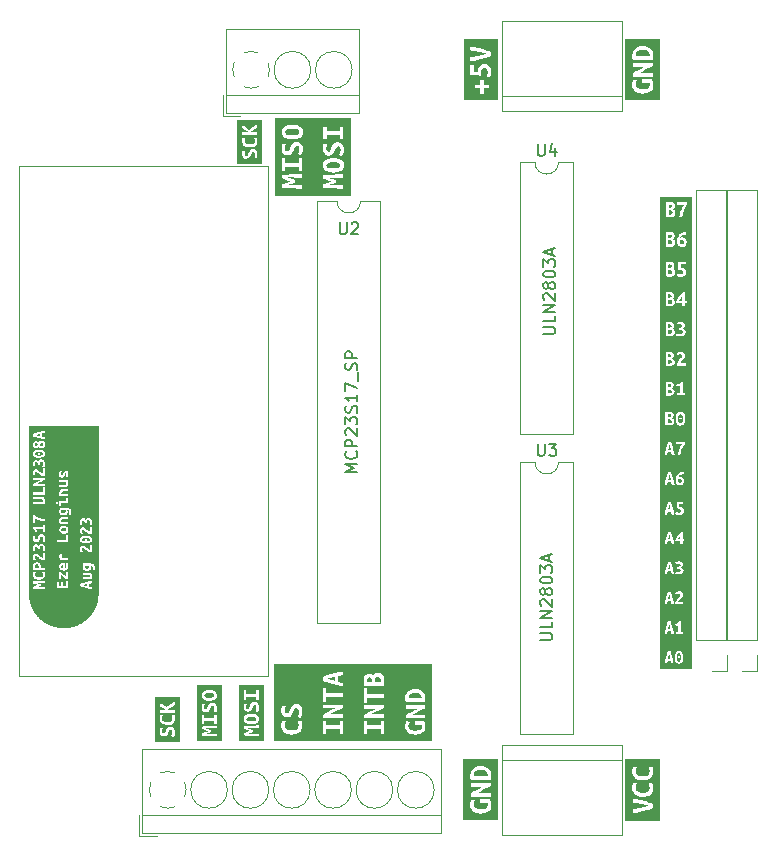
<source format=gbr>
%TF.GenerationSoftware,KiCad,Pcbnew,7.0.6*%
%TF.CreationDate,2023-08-03T15:39:34-04:00*%
%TF.ProjectId,mcp23s17_uln2803_combo,6d637032-3373-4313-975f-756c6e323830,rev?*%
%TF.SameCoordinates,Original*%
%TF.FileFunction,Legend,Top*%
%TF.FilePolarity,Positive*%
%FSLAX46Y46*%
G04 Gerber Fmt 4.6, Leading zero omitted, Abs format (unit mm)*
G04 Created by KiCad (PCBNEW 7.0.6) date 2023-08-03 15:39:34*
%MOMM*%
%LPD*%
G01*
G04 APERTURE LIST*
%ADD10C,0.150000*%
%ADD11C,0.120000*%
G04 APERTURE END LIST*
D10*
X162814095Y-93898819D02*
X162814095Y-94708342D01*
X162814095Y-94708342D02*
X162861714Y-94803580D01*
X162861714Y-94803580D02*
X162909333Y-94851200D01*
X162909333Y-94851200D02*
X163004571Y-94898819D01*
X163004571Y-94898819D02*
X163195047Y-94898819D01*
X163195047Y-94898819D02*
X163290285Y-94851200D01*
X163290285Y-94851200D02*
X163337904Y-94803580D01*
X163337904Y-94803580D02*
X163385523Y-94708342D01*
X163385523Y-94708342D02*
X163385523Y-93898819D01*
X163766476Y-93898819D02*
X164385523Y-93898819D01*
X164385523Y-93898819D02*
X164052190Y-94279771D01*
X164052190Y-94279771D02*
X164195047Y-94279771D01*
X164195047Y-94279771D02*
X164290285Y-94327390D01*
X164290285Y-94327390D02*
X164337904Y-94375009D01*
X164337904Y-94375009D02*
X164385523Y-94470247D01*
X164385523Y-94470247D02*
X164385523Y-94708342D01*
X164385523Y-94708342D02*
X164337904Y-94803580D01*
X164337904Y-94803580D02*
X164290285Y-94851200D01*
X164290285Y-94851200D02*
X164195047Y-94898819D01*
X164195047Y-94898819D02*
X163909333Y-94898819D01*
X163909333Y-94898819D02*
X163814095Y-94851200D01*
X163814095Y-94851200D02*
X163766476Y-94803580D01*
X163030819Y-110481618D02*
X163840342Y-110481618D01*
X163840342Y-110481618D02*
X163935580Y-110433999D01*
X163935580Y-110433999D02*
X163983200Y-110386380D01*
X163983200Y-110386380D02*
X164030819Y-110291142D01*
X164030819Y-110291142D02*
X164030819Y-110100666D01*
X164030819Y-110100666D02*
X163983200Y-110005428D01*
X163983200Y-110005428D02*
X163935580Y-109957809D01*
X163935580Y-109957809D02*
X163840342Y-109910190D01*
X163840342Y-109910190D02*
X163030819Y-109910190D01*
X164030819Y-108957809D02*
X164030819Y-109433999D01*
X164030819Y-109433999D02*
X163030819Y-109433999D01*
X164030819Y-108624475D02*
X163030819Y-108624475D01*
X163030819Y-108624475D02*
X164030819Y-108053047D01*
X164030819Y-108053047D02*
X163030819Y-108053047D01*
X163126057Y-107624475D02*
X163078438Y-107576856D01*
X163078438Y-107576856D02*
X163030819Y-107481618D01*
X163030819Y-107481618D02*
X163030819Y-107243523D01*
X163030819Y-107243523D02*
X163078438Y-107148285D01*
X163078438Y-107148285D02*
X163126057Y-107100666D01*
X163126057Y-107100666D02*
X163221295Y-107053047D01*
X163221295Y-107053047D02*
X163316533Y-107053047D01*
X163316533Y-107053047D02*
X163459390Y-107100666D01*
X163459390Y-107100666D02*
X164030819Y-107672094D01*
X164030819Y-107672094D02*
X164030819Y-107053047D01*
X163459390Y-106481618D02*
X163411771Y-106576856D01*
X163411771Y-106576856D02*
X163364152Y-106624475D01*
X163364152Y-106624475D02*
X163268914Y-106672094D01*
X163268914Y-106672094D02*
X163221295Y-106672094D01*
X163221295Y-106672094D02*
X163126057Y-106624475D01*
X163126057Y-106624475D02*
X163078438Y-106576856D01*
X163078438Y-106576856D02*
X163030819Y-106481618D01*
X163030819Y-106481618D02*
X163030819Y-106291142D01*
X163030819Y-106291142D02*
X163078438Y-106195904D01*
X163078438Y-106195904D02*
X163126057Y-106148285D01*
X163126057Y-106148285D02*
X163221295Y-106100666D01*
X163221295Y-106100666D02*
X163268914Y-106100666D01*
X163268914Y-106100666D02*
X163364152Y-106148285D01*
X163364152Y-106148285D02*
X163411771Y-106195904D01*
X163411771Y-106195904D02*
X163459390Y-106291142D01*
X163459390Y-106291142D02*
X163459390Y-106481618D01*
X163459390Y-106481618D02*
X163507009Y-106576856D01*
X163507009Y-106576856D02*
X163554628Y-106624475D01*
X163554628Y-106624475D02*
X163649866Y-106672094D01*
X163649866Y-106672094D02*
X163840342Y-106672094D01*
X163840342Y-106672094D02*
X163935580Y-106624475D01*
X163935580Y-106624475D02*
X163983200Y-106576856D01*
X163983200Y-106576856D02*
X164030819Y-106481618D01*
X164030819Y-106481618D02*
X164030819Y-106291142D01*
X164030819Y-106291142D02*
X163983200Y-106195904D01*
X163983200Y-106195904D02*
X163935580Y-106148285D01*
X163935580Y-106148285D02*
X163840342Y-106100666D01*
X163840342Y-106100666D02*
X163649866Y-106100666D01*
X163649866Y-106100666D02*
X163554628Y-106148285D01*
X163554628Y-106148285D02*
X163507009Y-106195904D01*
X163507009Y-106195904D02*
X163459390Y-106291142D01*
X163030819Y-105481618D02*
X163030819Y-105386380D01*
X163030819Y-105386380D02*
X163078438Y-105291142D01*
X163078438Y-105291142D02*
X163126057Y-105243523D01*
X163126057Y-105243523D02*
X163221295Y-105195904D01*
X163221295Y-105195904D02*
X163411771Y-105148285D01*
X163411771Y-105148285D02*
X163649866Y-105148285D01*
X163649866Y-105148285D02*
X163840342Y-105195904D01*
X163840342Y-105195904D02*
X163935580Y-105243523D01*
X163935580Y-105243523D02*
X163983200Y-105291142D01*
X163983200Y-105291142D02*
X164030819Y-105386380D01*
X164030819Y-105386380D02*
X164030819Y-105481618D01*
X164030819Y-105481618D02*
X163983200Y-105576856D01*
X163983200Y-105576856D02*
X163935580Y-105624475D01*
X163935580Y-105624475D02*
X163840342Y-105672094D01*
X163840342Y-105672094D02*
X163649866Y-105719713D01*
X163649866Y-105719713D02*
X163411771Y-105719713D01*
X163411771Y-105719713D02*
X163221295Y-105672094D01*
X163221295Y-105672094D02*
X163126057Y-105624475D01*
X163126057Y-105624475D02*
X163078438Y-105576856D01*
X163078438Y-105576856D02*
X163030819Y-105481618D01*
X163030819Y-104814951D02*
X163030819Y-104195904D01*
X163030819Y-104195904D02*
X163411771Y-104529237D01*
X163411771Y-104529237D02*
X163411771Y-104386380D01*
X163411771Y-104386380D02*
X163459390Y-104291142D01*
X163459390Y-104291142D02*
X163507009Y-104243523D01*
X163507009Y-104243523D02*
X163602247Y-104195904D01*
X163602247Y-104195904D02*
X163840342Y-104195904D01*
X163840342Y-104195904D02*
X163935580Y-104243523D01*
X163935580Y-104243523D02*
X163983200Y-104291142D01*
X163983200Y-104291142D02*
X164030819Y-104386380D01*
X164030819Y-104386380D02*
X164030819Y-104672094D01*
X164030819Y-104672094D02*
X163983200Y-104767332D01*
X163983200Y-104767332D02*
X163935580Y-104814951D01*
X163745104Y-103814951D02*
X163745104Y-103338761D01*
X164030819Y-103910189D02*
X163030819Y-103576856D01*
X163030819Y-103576856D02*
X164030819Y-103243523D01*
X162814095Y-68508819D02*
X162814095Y-69318342D01*
X162814095Y-69318342D02*
X162861714Y-69413580D01*
X162861714Y-69413580D02*
X162909333Y-69461200D01*
X162909333Y-69461200D02*
X163004571Y-69508819D01*
X163004571Y-69508819D02*
X163195047Y-69508819D01*
X163195047Y-69508819D02*
X163290285Y-69461200D01*
X163290285Y-69461200D02*
X163337904Y-69413580D01*
X163337904Y-69413580D02*
X163385523Y-69318342D01*
X163385523Y-69318342D02*
X163385523Y-68508819D01*
X164290285Y-68842152D02*
X164290285Y-69508819D01*
X164052190Y-68461200D02*
X163814095Y-69175485D01*
X163814095Y-69175485D02*
X164433142Y-69175485D01*
X163284819Y-84573618D02*
X164094342Y-84573618D01*
X164094342Y-84573618D02*
X164189580Y-84525999D01*
X164189580Y-84525999D02*
X164237200Y-84478380D01*
X164237200Y-84478380D02*
X164284819Y-84383142D01*
X164284819Y-84383142D02*
X164284819Y-84192666D01*
X164284819Y-84192666D02*
X164237200Y-84097428D01*
X164237200Y-84097428D02*
X164189580Y-84049809D01*
X164189580Y-84049809D02*
X164094342Y-84002190D01*
X164094342Y-84002190D02*
X163284819Y-84002190D01*
X164284819Y-83049809D02*
X164284819Y-83525999D01*
X164284819Y-83525999D02*
X163284819Y-83525999D01*
X164284819Y-82716475D02*
X163284819Y-82716475D01*
X163284819Y-82716475D02*
X164284819Y-82145047D01*
X164284819Y-82145047D02*
X163284819Y-82145047D01*
X163380057Y-81716475D02*
X163332438Y-81668856D01*
X163332438Y-81668856D02*
X163284819Y-81573618D01*
X163284819Y-81573618D02*
X163284819Y-81335523D01*
X163284819Y-81335523D02*
X163332438Y-81240285D01*
X163332438Y-81240285D02*
X163380057Y-81192666D01*
X163380057Y-81192666D02*
X163475295Y-81145047D01*
X163475295Y-81145047D02*
X163570533Y-81145047D01*
X163570533Y-81145047D02*
X163713390Y-81192666D01*
X163713390Y-81192666D02*
X164284819Y-81764094D01*
X164284819Y-81764094D02*
X164284819Y-81145047D01*
X163713390Y-80573618D02*
X163665771Y-80668856D01*
X163665771Y-80668856D02*
X163618152Y-80716475D01*
X163618152Y-80716475D02*
X163522914Y-80764094D01*
X163522914Y-80764094D02*
X163475295Y-80764094D01*
X163475295Y-80764094D02*
X163380057Y-80716475D01*
X163380057Y-80716475D02*
X163332438Y-80668856D01*
X163332438Y-80668856D02*
X163284819Y-80573618D01*
X163284819Y-80573618D02*
X163284819Y-80383142D01*
X163284819Y-80383142D02*
X163332438Y-80287904D01*
X163332438Y-80287904D02*
X163380057Y-80240285D01*
X163380057Y-80240285D02*
X163475295Y-80192666D01*
X163475295Y-80192666D02*
X163522914Y-80192666D01*
X163522914Y-80192666D02*
X163618152Y-80240285D01*
X163618152Y-80240285D02*
X163665771Y-80287904D01*
X163665771Y-80287904D02*
X163713390Y-80383142D01*
X163713390Y-80383142D02*
X163713390Y-80573618D01*
X163713390Y-80573618D02*
X163761009Y-80668856D01*
X163761009Y-80668856D02*
X163808628Y-80716475D01*
X163808628Y-80716475D02*
X163903866Y-80764094D01*
X163903866Y-80764094D02*
X164094342Y-80764094D01*
X164094342Y-80764094D02*
X164189580Y-80716475D01*
X164189580Y-80716475D02*
X164237200Y-80668856D01*
X164237200Y-80668856D02*
X164284819Y-80573618D01*
X164284819Y-80573618D02*
X164284819Y-80383142D01*
X164284819Y-80383142D02*
X164237200Y-80287904D01*
X164237200Y-80287904D02*
X164189580Y-80240285D01*
X164189580Y-80240285D02*
X164094342Y-80192666D01*
X164094342Y-80192666D02*
X163903866Y-80192666D01*
X163903866Y-80192666D02*
X163808628Y-80240285D01*
X163808628Y-80240285D02*
X163761009Y-80287904D01*
X163761009Y-80287904D02*
X163713390Y-80383142D01*
X163284819Y-79573618D02*
X163284819Y-79478380D01*
X163284819Y-79478380D02*
X163332438Y-79383142D01*
X163332438Y-79383142D02*
X163380057Y-79335523D01*
X163380057Y-79335523D02*
X163475295Y-79287904D01*
X163475295Y-79287904D02*
X163665771Y-79240285D01*
X163665771Y-79240285D02*
X163903866Y-79240285D01*
X163903866Y-79240285D02*
X164094342Y-79287904D01*
X164094342Y-79287904D02*
X164189580Y-79335523D01*
X164189580Y-79335523D02*
X164237200Y-79383142D01*
X164237200Y-79383142D02*
X164284819Y-79478380D01*
X164284819Y-79478380D02*
X164284819Y-79573618D01*
X164284819Y-79573618D02*
X164237200Y-79668856D01*
X164237200Y-79668856D02*
X164189580Y-79716475D01*
X164189580Y-79716475D02*
X164094342Y-79764094D01*
X164094342Y-79764094D02*
X163903866Y-79811713D01*
X163903866Y-79811713D02*
X163665771Y-79811713D01*
X163665771Y-79811713D02*
X163475295Y-79764094D01*
X163475295Y-79764094D02*
X163380057Y-79716475D01*
X163380057Y-79716475D02*
X163332438Y-79668856D01*
X163332438Y-79668856D02*
X163284819Y-79573618D01*
X163284819Y-78906951D02*
X163284819Y-78287904D01*
X163284819Y-78287904D02*
X163665771Y-78621237D01*
X163665771Y-78621237D02*
X163665771Y-78478380D01*
X163665771Y-78478380D02*
X163713390Y-78383142D01*
X163713390Y-78383142D02*
X163761009Y-78335523D01*
X163761009Y-78335523D02*
X163856247Y-78287904D01*
X163856247Y-78287904D02*
X164094342Y-78287904D01*
X164094342Y-78287904D02*
X164189580Y-78335523D01*
X164189580Y-78335523D02*
X164237200Y-78383142D01*
X164237200Y-78383142D02*
X164284819Y-78478380D01*
X164284819Y-78478380D02*
X164284819Y-78764094D01*
X164284819Y-78764094D02*
X164237200Y-78859332D01*
X164237200Y-78859332D02*
X164189580Y-78906951D01*
X163999104Y-77906951D02*
X163999104Y-77430761D01*
X164284819Y-78002189D02*
X163284819Y-77668856D01*
X163284819Y-77668856D02*
X164284819Y-77335523D01*
X146050095Y-75146819D02*
X146050095Y-75956342D01*
X146050095Y-75956342D02*
X146097714Y-76051580D01*
X146097714Y-76051580D02*
X146145333Y-76099200D01*
X146145333Y-76099200D02*
X146240571Y-76146819D01*
X146240571Y-76146819D02*
X146431047Y-76146819D01*
X146431047Y-76146819D02*
X146526285Y-76099200D01*
X146526285Y-76099200D02*
X146573904Y-76051580D01*
X146573904Y-76051580D02*
X146621523Y-75956342D01*
X146621523Y-75956342D02*
X146621523Y-75146819D01*
X147050095Y-75242057D02*
X147097714Y-75194438D01*
X147097714Y-75194438D02*
X147192952Y-75146819D01*
X147192952Y-75146819D02*
X147431047Y-75146819D01*
X147431047Y-75146819D02*
X147526285Y-75194438D01*
X147526285Y-75194438D02*
X147573904Y-75242057D01*
X147573904Y-75242057D02*
X147621523Y-75337295D01*
X147621523Y-75337295D02*
X147621523Y-75432533D01*
X147621523Y-75432533D02*
X147573904Y-75575390D01*
X147573904Y-75575390D02*
X147002476Y-76146819D01*
X147002476Y-76146819D02*
X147621523Y-76146819D01*
X147520819Y-96257428D02*
X146520819Y-96257428D01*
X146520819Y-96257428D02*
X147235104Y-95924095D01*
X147235104Y-95924095D02*
X146520819Y-95590762D01*
X146520819Y-95590762D02*
X147520819Y-95590762D01*
X147425580Y-94543143D02*
X147473200Y-94590762D01*
X147473200Y-94590762D02*
X147520819Y-94733619D01*
X147520819Y-94733619D02*
X147520819Y-94828857D01*
X147520819Y-94828857D02*
X147473200Y-94971714D01*
X147473200Y-94971714D02*
X147377961Y-95066952D01*
X147377961Y-95066952D02*
X147282723Y-95114571D01*
X147282723Y-95114571D02*
X147092247Y-95162190D01*
X147092247Y-95162190D02*
X146949390Y-95162190D01*
X146949390Y-95162190D02*
X146758914Y-95114571D01*
X146758914Y-95114571D02*
X146663676Y-95066952D01*
X146663676Y-95066952D02*
X146568438Y-94971714D01*
X146568438Y-94971714D02*
X146520819Y-94828857D01*
X146520819Y-94828857D02*
X146520819Y-94733619D01*
X146520819Y-94733619D02*
X146568438Y-94590762D01*
X146568438Y-94590762D02*
X146616057Y-94543143D01*
X147520819Y-94114571D02*
X146520819Y-94114571D01*
X146520819Y-94114571D02*
X146520819Y-93733619D01*
X146520819Y-93733619D02*
X146568438Y-93638381D01*
X146568438Y-93638381D02*
X146616057Y-93590762D01*
X146616057Y-93590762D02*
X146711295Y-93543143D01*
X146711295Y-93543143D02*
X146854152Y-93543143D01*
X146854152Y-93543143D02*
X146949390Y-93590762D01*
X146949390Y-93590762D02*
X146997009Y-93638381D01*
X146997009Y-93638381D02*
X147044628Y-93733619D01*
X147044628Y-93733619D02*
X147044628Y-94114571D01*
X146616057Y-93162190D02*
X146568438Y-93114571D01*
X146568438Y-93114571D02*
X146520819Y-93019333D01*
X146520819Y-93019333D02*
X146520819Y-92781238D01*
X146520819Y-92781238D02*
X146568438Y-92686000D01*
X146568438Y-92686000D02*
X146616057Y-92638381D01*
X146616057Y-92638381D02*
X146711295Y-92590762D01*
X146711295Y-92590762D02*
X146806533Y-92590762D01*
X146806533Y-92590762D02*
X146949390Y-92638381D01*
X146949390Y-92638381D02*
X147520819Y-93209809D01*
X147520819Y-93209809D02*
X147520819Y-92590762D01*
X146520819Y-92257428D02*
X146520819Y-91638381D01*
X146520819Y-91638381D02*
X146901771Y-91971714D01*
X146901771Y-91971714D02*
X146901771Y-91828857D01*
X146901771Y-91828857D02*
X146949390Y-91733619D01*
X146949390Y-91733619D02*
X146997009Y-91686000D01*
X146997009Y-91686000D02*
X147092247Y-91638381D01*
X147092247Y-91638381D02*
X147330342Y-91638381D01*
X147330342Y-91638381D02*
X147425580Y-91686000D01*
X147425580Y-91686000D02*
X147473200Y-91733619D01*
X147473200Y-91733619D02*
X147520819Y-91828857D01*
X147520819Y-91828857D02*
X147520819Y-92114571D01*
X147520819Y-92114571D02*
X147473200Y-92209809D01*
X147473200Y-92209809D02*
X147425580Y-92257428D01*
X147473200Y-91257428D02*
X147520819Y-91114571D01*
X147520819Y-91114571D02*
X147520819Y-90876476D01*
X147520819Y-90876476D02*
X147473200Y-90781238D01*
X147473200Y-90781238D02*
X147425580Y-90733619D01*
X147425580Y-90733619D02*
X147330342Y-90686000D01*
X147330342Y-90686000D02*
X147235104Y-90686000D01*
X147235104Y-90686000D02*
X147139866Y-90733619D01*
X147139866Y-90733619D02*
X147092247Y-90781238D01*
X147092247Y-90781238D02*
X147044628Y-90876476D01*
X147044628Y-90876476D02*
X146997009Y-91066952D01*
X146997009Y-91066952D02*
X146949390Y-91162190D01*
X146949390Y-91162190D02*
X146901771Y-91209809D01*
X146901771Y-91209809D02*
X146806533Y-91257428D01*
X146806533Y-91257428D02*
X146711295Y-91257428D01*
X146711295Y-91257428D02*
X146616057Y-91209809D01*
X146616057Y-91209809D02*
X146568438Y-91162190D01*
X146568438Y-91162190D02*
X146520819Y-91066952D01*
X146520819Y-91066952D02*
X146520819Y-90828857D01*
X146520819Y-90828857D02*
X146568438Y-90686000D01*
X147520819Y-89733619D02*
X147520819Y-90305047D01*
X147520819Y-90019333D02*
X146520819Y-90019333D01*
X146520819Y-90019333D02*
X146663676Y-90114571D01*
X146663676Y-90114571D02*
X146758914Y-90209809D01*
X146758914Y-90209809D02*
X146806533Y-90305047D01*
X146520819Y-89400285D02*
X146520819Y-88733619D01*
X146520819Y-88733619D02*
X147520819Y-89162190D01*
X147616057Y-88590762D02*
X147616057Y-87828857D01*
X147473200Y-87638380D02*
X147520819Y-87495523D01*
X147520819Y-87495523D02*
X147520819Y-87257428D01*
X147520819Y-87257428D02*
X147473200Y-87162190D01*
X147473200Y-87162190D02*
X147425580Y-87114571D01*
X147425580Y-87114571D02*
X147330342Y-87066952D01*
X147330342Y-87066952D02*
X147235104Y-87066952D01*
X147235104Y-87066952D02*
X147139866Y-87114571D01*
X147139866Y-87114571D02*
X147092247Y-87162190D01*
X147092247Y-87162190D02*
X147044628Y-87257428D01*
X147044628Y-87257428D02*
X146997009Y-87447904D01*
X146997009Y-87447904D02*
X146949390Y-87543142D01*
X146949390Y-87543142D02*
X146901771Y-87590761D01*
X146901771Y-87590761D02*
X146806533Y-87638380D01*
X146806533Y-87638380D02*
X146711295Y-87638380D01*
X146711295Y-87638380D02*
X146616057Y-87590761D01*
X146616057Y-87590761D02*
X146568438Y-87543142D01*
X146568438Y-87543142D02*
X146520819Y-87447904D01*
X146520819Y-87447904D02*
X146520819Y-87209809D01*
X146520819Y-87209809D02*
X146568438Y-87066952D01*
X147520819Y-86638380D02*
X146520819Y-86638380D01*
X146520819Y-86638380D02*
X146520819Y-86257428D01*
X146520819Y-86257428D02*
X146568438Y-86162190D01*
X146568438Y-86162190D02*
X146616057Y-86114571D01*
X146616057Y-86114571D02*
X146711295Y-86066952D01*
X146711295Y-86066952D02*
X146854152Y-86066952D01*
X146854152Y-86066952D02*
X146949390Y-86114571D01*
X146949390Y-86114571D02*
X146997009Y-86162190D01*
X146997009Y-86162190D02*
X147044628Y-86257428D01*
X147044628Y-86257428D02*
X147044628Y-86638380D01*
%TO.C,kibuzzard-64CC0265*%
G36*
X125629808Y-93939401D02*
G01*
X125629808Y-94728388D01*
X125629808Y-95580876D01*
X125629808Y-95979338D01*
X125629808Y-96498490D01*
X125629808Y-96942951D01*
X125629808Y-97244537D01*
X125629808Y-97570013D01*
X125629808Y-97727825D01*
X125629808Y-98677197D01*
X125629808Y-99662541D01*
X125629808Y-100073884D01*
X125629808Y-100515057D01*
X125629808Y-100901914D01*
X125629808Y-101608206D01*
X125629808Y-101999292D01*
X125629808Y-102443176D01*
X125629808Y-103123088D01*
X125629808Y-103558564D01*
X125629808Y-104382084D01*
X125629808Y-104773822D01*
X125629808Y-105081817D01*
X125629808Y-105480526D01*
X125629808Y-105684450D01*
X125629808Y-106223892D01*
X125629808Y-106554621D01*
X125628920Y-106626964D01*
X125626257Y-106699263D01*
X125621820Y-106771475D01*
X125615613Y-106843557D01*
X125607639Y-106915464D01*
X125597902Y-106987154D01*
X125586409Y-107058584D01*
X125573166Y-107129710D01*
X125558182Y-107200489D01*
X125541466Y-107270880D01*
X125523026Y-107340839D01*
X125502876Y-107410324D01*
X125481026Y-107479294D01*
X125457491Y-107547707D01*
X125432283Y-107615522D01*
X125405419Y-107682698D01*
X125376915Y-107749194D01*
X125346787Y-107814971D01*
X125315053Y-107879989D01*
X125281734Y-107944208D01*
X125246849Y-108007590D01*
X125210419Y-108070097D01*
X125172466Y-108131691D01*
X125133012Y-108192335D01*
X125092083Y-108251993D01*
X125049701Y-108310628D01*
X125005894Y-108368205D01*
X124960686Y-108424690D01*
X124914106Y-108480049D01*
X124866181Y-108534248D01*
X124816941Y-108587254D01*
X124766415Y-108639036D01*
X124714633Y-108689562D01*
X124661627Y-108738802D01*
X124607428Y-108786727D01*
X124552069Y-108833307D01*
X124495584Y-108878515D01*
X124438007Y-108922322D01*
X124379372Y-108964704D01*
X124319714Y-109005633D01*
X124259070Y-109045087D01*
X124197476Y-109083040D01*
X124134969Y-109119470D01*
X124071587Y-109154355D01*
X124007368Y-109187674D01*
X123942350Y-109219407D01*
X123876573Y-109249535D01*
X123810077Y-109278040D01*
X123742901Y-109304904D01*
X123675086Y-109330112D01*
X123606673Y-109353647D01*
X123537703Y-109375497D01*
X123468218Y-109395647D01*
X123398259Y-109414086D01*
X123327868Y-109430803D01*
X123257089Y-109445787D01*
X123185963Y-109459030D01*
X123114533Y-109470523D01*
X123042843Y-109480260D01*
X122970936Y-109488234D01*
X122898854Y-109494441D01*
X122826642Y-109498878D01*
X122754343Y-109501541D01*
X122682000Y-109502429D01*
X122609657Y-109501541D01*
X122537358Y-109498878D01*
X122465146Y-109494441D01*
X122393064Y-109488234D01*
X122321157Y-109480260D01*
X122249467Y-109470523D01*
X122178037Y-109459030D01*
X122106911Y-109445787D01*
X122036132Y-109430803D01*
X121965741Y-109414086D01*
X121895782Y-109395647D01*
X121826297Y-109375497D01*
X121757327Y-109353647D01*
X121688914Y-109330112D01*
X121621099Y-109304904D01*
X121553923Y-109278040D01*
X121487427Y-109249535D01*
X121421650Y-109219407D01*
X121356632Y-109187674D01*
X121292413Y-109154355D01*
X121229031Y-109119470D01*
X121166524Y-109083040D01*
X121104930Y-109045087D01*
X121044286Y-109005633D01*
X120984628Y-108964704D01*
X120925993Y-108922322D01*
X120868416Y-108878515D01*
X120811931Y-108833307D01*
X120756572Y-108786727D01*
X120702373Y-108738802D01*
X120649367Y-108689562D01*
X120597585Y-108639036D01*
X120547059Y-108587254D01*
X120497819Y-108534248D01*
X120449894Y-108480049D01*
X120403314Y-108424690D01*
X120358106Y-108368205D01*
X120314299Y-108310628D01*
X120271917Y-108251993D01*
X120230988Y-108192335D01*
X120191534Y-108131691D01*
X120153581Y-108070097D01*
X120117151Y-108007590D01*
X120082266Y-107944208D01*
X120048947Y-107879989D01*
X120017213Y-107814971D01*
X119987085Y-107749194D01*
X119958581Y-107682698D01*
X119931717Y-107615522D01*
X119906509Y-107547707D01*
X119882974Y-107479294D01*
X119861124Y-107410324D01*
X119840974Y-107340839D01*
X119822534Y-107270880D01*
X119805818Y-107200489D01*
X119790834Y-107129710D01*
X119777591Y-107058584D01*
X119766098Y-106987154D01*
X119756361Y-106915464D01*
X119748387Y-106843557D01*
X119742180Y-106771475D01*
X119737743Y-106699263D01*
X119735080Y-106626964D01*
X119734192Y-106554621D01*
X119734192Y-106223892D01*
X119734192Y-106144101D01*
X120088734Y-106144101D01*
X120196287Y-106154618D01*
X120312571Y-106163944D01*
X120435206Y-106172080D01*
X120561809Y-106179026D01*
X120690793Y-106185177D01*
X120820571Y-106190932D01*
X120948365Y-106196290D01*
X121071396Y-106201251D01*
X121071396Y-106139229D01*
X122087631Y-106139229D01*
X123055771Y-106139229D01*
X123055771Y-105952630D01*
X124086105Y-105952630D01*
X124191634Y-105985285D01*
X124300148Y-106018519D01*
X124411649Y-106052330D01*
X124526136Y-106086719D01*
X124620923Y-106114401D01*
X124709932Y-106139229D01*
X124719718Y-106141958D01*
X124822520Y-106169393D01*
X124929330Y-106196704D01*
X125040146Y-106223892D01*
X125040146Y-106026610D01*
X124819746Y-105983455D01*
X124819746Y-105729147D01*
X125040146Y-105684450D01*
X125040146Y-105481003D01*
X124905431Y-105512840D01*
X124775627Y-105545158D01*
X124650737Y-105577958D01*
X124530759Y-105611240D01*
X124414828Y-105644811D01*
X124302075Y-105678478D01*
X124192500Y-105712241D01*
X124086105Y-105746101D01*
X124086105Y-105952630D01*
X123055771Y-105952630D01*
X123055771Y-105518305D01*
X122896239Y-105518305D01*
X122896239Y-105946852D01*
X122624097Y-105946852D01*
X122624097Y-105604327D01*
X122464565Y-105604327D01*
X122464565Y-105946852D01*
X122247163Y-105946852D01*
X122247163Y-105552714D01*
X122087631Y-105552714D01*
X122087631Y-106139229D01*
X121071396Y-106139229D01*
X121071396Y-106021863D01*
X120307809Y-106029801D01*
X120723734Y-105913913D01*
X120723734Y-105771038D01*
X120307809Y-105650388D01*
X121071396Y-105659913D01*
X121071396Y-105480526D01*
X120945786Y-105484097D01*
X120822953Y-105488463D01*
X120701906Y-105493821D01*
X120581653Y-105500369D01*
X120461201Y-105508307D01*
X120339559Y-105517832D01*
X120215734Y-105528349D01*
X120088734Y-105539263D01*
X120088734Y-105701188D01*
X120172871Y-105729763D01*
X120281615Y-105764688D01*
X120402265Y-105804376D01*
X120523709Y-105844063D01*
X120409409Y-105880576D01*
X120287171Y-105918676D01*
X120174459Y-105954394D01*
X120088734Y-105982176D01*
X120088734Y-106144101D01*
X119734192Y-106144101D01*
X119734192Y-104955063D01*
X120066509Y-104955063D01*
X120075042Y-105048130D01*
X120100640Y-105133657D01*
X120142709Y-105209857D01*
X120200653Y-105274944D01*
X120273876Y-105327927D01*
X120361784Y-105367813D01*
X120463781Y-105392816D01*
X120579271Y-105401151D01*
X120695258Y-105394305D01*
X120785090Y-105376198D01*
X124315753Y-105376198D01*
X124719564Y-105376198D01*
X124790462Y-105373115D01*
X124855195Y-105363867D01*
X124962313Y-105318400D01*
X125032440Y-105228236D01*
X125050935Y-105163118D01*
X125057100Y-105081817D01*
X125053633Y-104997240D01*
X125043229Y-104919213D01*
X125015486Y-104792059D01*
X124315753Y-104792059D01*
X124315753Y-104983176D01*
X124884479Y-104983176D01*
X124892185Y-105069486D01*
X124843636Y-105162733D01*
X124782178Y-105180650D01*
X124694904Y-105186622D01*
X124315753Y-105186622D01*
X124315753Y-105376198D01*
X120785090Y-105376198D01*
X120797156Y-105373766D01*
X120884964Y-105339536D01*
X120958684Y-105291613D01*
X121032767Y-105207652D01*
X121077217Y-105101819D01*
X121092034Y-104974113D01*
X122320673Y-104974113D01*
X122320673Y-105335312D01*
X122480205Y-105335312D01*
X122480205Y-105031889D01*
X122578739Y-105105399D01*
X122634849Y-105146455D01*
X122693696Y-105188293D01*
X122754498Y-105230522D01*
X122816473Y-105272751D01*
X122878253Y-105313416D01*
X122938469Y-105350953D01*
X123055771Y-105350953D01*
X123055771Y-104773822D01*
X122896239Y-104773822D01*
X122896239Y-105121039D01*
X122837392Y-105080960D01*
X122773462Y-105035799D01*
X122708359Y-104988096D01*
X122645993Y-104940392D01*
X122587928Y-104894449D01*
X122535728Y-104852024D01*
X122461437Y-104789463D01*
X122320673Y-104789463D01*
X122320673Y-104974113D01*
X121092034Y-104974113D01*
X121086676Y-104887396D01*
X121070603Y-104811394D01*
X121023771Y-104699476D01*
X120869784Y-104748688D01*
X120904709Y-104828857D01*
X120922171Y-104955063D01*
X120899748Y-105068371D01*
X120832478Y-105144769D01*
X120763951Y-105176960D01*
X120677961Y-105196275D01*
X120574509Y-105202713D01*
X120485609Y-105197355D01*
X120412584Y-105181282D01*
X120308603Y-105125719D01*
X120253040Y-105047932D01*
X120236371Y-104958238D01*
X120253040Y-104839969D01*
X120293521Y-104751863D01*
X120137946Y-104701063D01*
X120118896Y-104733607D01*
X120095084Y-104786788D01*
X120075240Y-104860607D01*
X120066509Y-104955063D01*
X119734192Y-104955063D01*
X119734192Y-104294663D01*
X120077621Y-104294663D01*
X120079209Y-104356576D01*
X120083178Y-104428013D01*
X120090321Y-104500244D01*
X120101434Y-104564538D01*
X121071396Y-104564538D01*
X121071396Y-104369276D01*
X120739609Y-104369276D01*
X120739609Y-104299426D01*
X120738017Y-104278022D01*
X122301904Y-104278022D01*
X122308161Y-104342929D01*
X122315967Y-104369276D01*
X122326929Y-104406273D01*
X122358014Y-104465315D01*
X122401221Y-104517320D01*
X122456549Y-104561113D01*
X122523998Y-104595522D01*
X122603373Y-104617809D01*
X122694478Y-104625238D01*
X122782456Y-104618200D01*
X122858703Y-104597086D01*
X122923415Y-104562872D01*
X122976787Y-104516538D01*
X123018626Y-104458668D01*
X123048733Y-104389851D01*
X123066915Y-104310671D01*
X123069085Y-104278819D01*
X124300341Y-104278819D01*
X124310102Y-104383967D01*
X124339386Y-104473360D01*
X124388193Y-104546999D01*
X124456864Y-104601799D01*
X124545744Y-104634679D01*
X124654831Y-104645639D01*
X124752958Y-104637505D01*
X124835672Y-104613102D01*
X124902974Y-104572429D01*
X124970019Y-104482073D01*
X124992367Y-104357423D01*
X124984661Y-104285755D01*
X124961542Y-104212545D01*
X124990826Y-104212545D01*
X125048623Y-104220251D01*
X125095632Y-104246452D01*
X125127228Y-104297314D01*
X125138787Y-104379001D01*
X125124145Y-104502302D01*
X125092549Y-104596319D01*
X125252841Y-104631768D01*
X125285207Y-104512320D01*
X125299079Y-104382084D01*
X125289660Y-104267259D01*
X125261403Y-104175554D01*
X125214309Y-104106968D01*
X125147521Y-104059446D01*
X125060183Y-104030933D01*
X124952295Y-104021428D01*
X124338872Y-104021428D01*
X124309974Y-104155133D01*
X124304788Y-104221716D01*
X124300341Y-104278819D01*
X123069085Y-104278819D01*
X123072976Y-104221716D01*
X123061246Y-104095029D01*
X123032311Y-103988674D01*
X122868087Y-104015263D01*
X122893111Y-104103631D01*
X122905624Y-104213896D01*
X122895262Y-104299136D01*
X122864177Y-104367172D01*
X122815105Y-104411747D01*
X122750784Y-104426605D01*
X122750784Y-103949573D01*
X122717939Y-103947227D01*
X122678838Y-103946445D01*
X122565619Y-103955830D01*
X122472037Y-103983982D01*
X122398093Y-104030904D01*
X122344655Y-104095898D01*
X122312592Y-104178271D01*
X122301904Y-104278022D01*
X120738017Y-104278022D01*
X120730878Y-104182039D01*
X120704684Y-104083878D01*
X120661028Y-104004944D01*
X120597792Y-103947177D01*
X120512861Y-103912517D01*
X120406234Y-103900963D01*
X120300665Y-103912428D01*
X120216792Y-103946824D01*
X120154615Y-104004151D01*
X120111841Y-104082291D01*
X120086176Y-104179128D01*
X120077621Y-104294663D01*
X119734192Y-104294663D01*
X119734192Y-103475513D01*
X120066509Y-103475513D01*
X120074446Y-103558262D01*
X120098259Y-103641407D01*
X120138740Y-103719790D01*
X120196684Y-103788251D01*
X120333209Y-103691413D01*
X120258596Y-103591401D01*
X120236371Y-103494563D01*
X120268915Y-103402488D01*
X120361784Y-103365976D01*
X120445921Y-103395344D01*
X120531646Y-103469957D01*
X120577089Y-103516788D01*
X120624515Y-103566794D01*
X120674918Y-103616801D01*
X120729290Y-103663632D01*
X120788226Y-103704907D01*
X120852321Y-103738244D01*
X120922171Y-103760271D01*
X120998371Y-103767613D01*
X121031709Y-103768407D01*
X121071396Y-103764438D01*
X121071396Y-103406852D01*
X122306597Y-103406852D01*
X122310898Y-103507928D01*
X122323801Y-103595319D01*
X122343743Y-103674889D01*
X122369158Y-103752505D01*
X123055771Y-103752505D01*
X123055771Y-103558564D01*
X122509922Y-103558564D01*
X122495063Y-103478798D01*
X122491153Y-103399032D01*
X122492717Y-103356803D01*
X122498191Y-103305189D01*
X122506794Y-103252794D01*
X122516178Y-103208219D01*
X122337877Y-103173810D01*
X122323019Y-103234025D01*
X122313635Y-103300497D01*
X122308161Y-103362277D01*
X122306597Y-103406852D01*
X121071396Y-103406852D01*
X121071396Y-103123088D01*
X120909471Y-103123088D01*
X120909471Y-103545363D01*
X120857084Y-103528694D01*
X120800728Y-103488213D01*
X120746753Y-103437413D01*
X120701509Y-103389788D01*
X120622134Y-103308826D01*
X120536409Y-103237388D01*
X120445128Y-103186588D01*
X120347496Y-103167538D01*
X120224465Y-103192938D01*
X120136359Y-103261201D01*
X120083971Y-103359626D01*
X120066509Y-103475513D01*
X119734192Y-103475513D01*
X119734192Y-102707163D01*
X120066509Y-102707163D01*
X120073851Y-102791499D01*
X120095878Y-102866707D01*
X120153821Y-102980213D01*
X120296696Y-102910363D01*
X120251453Y-102815907D01*
X120233196Y-102705576D01*
X120264153Y-102615882D01*
X120349084Y-102583338D01*
X120409409Y-102598419D01*
X120447509Y-102637313D01*
X120468146Y-102691288D01*
X120474496Y-102751613D01*
X120474496Y-102824638D01*
X120636421Y-102824638D01*
X120636421Y-102764313D01*
X120644161Y-102677397D01*
X120667378Y-102607151D01*
X120710042Y-102560716D01*
X120776121Y-102545238D01*
X120882484Y-102585719D01*
X120914631Y-102641083D01*
X120925346Y-102726213D01*
X120920981Y-102801421D01*
X120907884Y-102865119D01*
X120874546Y-102959576D01*
X121038059Y-102997676D01*
X121055521Y-102948463D01*
X121072984Y-102879407D01*
X121086478Y-102801619D01*
X121087653Y-102785336D01*
X124064528Y-102785336D01*
X124072234Y-102865674D01*
X124095353Y-102946398D01*
X124134655Y-103022498D01*
X124190911Y-103088965D01*
X124323460Y-102994948D01*
X124251020Y-102897848D01*
X124229443Y-102803831D01*
X124261038Y-102714438D01*
X124351202Y-102678989D01*
X124432889Y-102707502D01*
X124516117Y-102779942D01*
X124606281Y-102873959D01*
X124655216Y-102922508D01*
X124708004Y-102967976D01*
X124765224Y-103008048D01*
X124827452Y-103040415D01*
X124895268Y-103061800D01*
X124969248Y-103068928D01*
X125001615Y-103069699D01*
X125040146Y-103065846D01*
X125040146Y-102443176D01*
X124882938Y-102443176D01*
X124882938Y-102853151D01*
X124832076Y-102836968D01*
X124777361Y-102797666D01*
X124724958Y-102748346D01*
X124681032Y-102702108D01*
X124603969Y-102623503D01*
X124520741Y-102554147D01*
X124432119Y-102504826D01*
X124337331Y-102486331D01*
X124217883Y-102510991D01*
X124132343Y-102577266D01*
X124081481Y-102672824D01*
X124073676Y-102724626D01*
X124064528Y-102785336D01*
X121087653Y-102785336D01*
X121092034Y-102724626D01*
X121086279Y-102632947D01*
X121069015Y-102554763D01*
X121041234Y-102489676D01*
X121003928Y-102437288D01*
X120904709Y-102369026D01*
X120779296Y-102346801D01*
X120699525Y-102357318D01*
X120631659Y-102388869D01*
X120577287Y-102439471D01*
X120537996Y-102507138D01*
X120455446Y-102418238D01*
X120342734Y-102384901D01*
X120233196Y-102403951D01*
X120145090Y-102462688D01*
X120087146Y-102563494D01*
X120071668Y-102629971D01*
X120066509Y-102707163D01*
X119734192Y-102707163D01*
X119734192Y-102216618D01*
X122087631Y-102216618D01*
X123055771Y-102216618D01*
X123055771Y-101999292D01*
X124064528Y-101999292D01*
X124078228Y-102097077D01*
X124119328Y-102178764D01*
X124187829Y-102244353D01*
X124257378Y-102282114D01*
X124342725Y-102309086D01*
X124443871Y-102325269D01*
X124560814Y-102330664D01*
X124679106Y-102325366D01*
X124781214Y-102309471D01*
X124867140Y-102282981D01*
X124936882Y-102245894D01*
X125005382Y-102180819D01*
X125046483Y-102098618D01*
X125060183Y-101999292D01*
X125046483Y-101899966D01*
X125005382Y-101817766D01*
X124936882Y-101752690D01*
X124867140Y-101715604D01*
X124781214Y-101689113D01*
X124679106Y-101673219D01*
X124560814Y-101667921D01*
X124443245Y-101673219D01*
X124341762Y-101689113D01*
X124256367Y-101715604D01*
X124187058Y-101752690D01*
X124118985Y-101817766D01*
X124078142Y-101899966D01*
X124064528Y-101999292D01*
X123055771Y-101999292D01*
X123055771Y-101608206D01*
X122896239Y-101608206D01*
X122896239Y-101900713D01*
X122896239Y-102022677D01*
X122087631Y-102022677D01*
X122087631Y-102216618D01*
X119734192Y-102216618D01*
X119734192Y-101854676D01*
X120066509Y-101854676D01*
X120075152Y-101951954D01*
X120101081Y-102034240D01*
X120144296Y-102101532D01*
X120237165Y-102168802D01*
X120360196Y-102191226D01*
X120476878Y-102165826D01*
X120555459Y-102101532D01*
X120607846Y-102015013D01*
X120644359Y-101922938D01*
X120672140Y-101856263D01*
X120705478Y-101795938D01*
X120747546Y-101751488D01*
X120801521Y-101734026D01*
X120848353Y-101741169D01*
X120889628Y-101767363D01*
X120918203Y-101818957D01*
X120928521Y-101900713D01*
X120922965Y-101979890D01*
X120906296Y-102045969D01*
X120858671Y-102148363D01*
X121017421Y-102205513D01*
X121065840Y-102095976D01*
X121085486Y-102010647D01*
X121092034Y-101900713D01*
X121083656Y-101789324D01*
X121058520Y-101698571D01*
X121016628Y-101628457D01*
X120925545Y-101561187D01*
X120803109Y-101538763D01*
X120729092Y-101545510D01*
X120668965Y-101565751D01*
X120580065Y-101634807D01*
X120522915Y-101726882D01*
X120484021Y-101822926D01*
X120460209Y-101884044D01*
X120430840Y-101939607D01*
X120392740Y-101980088D01*
X120342734Y-101995963D01*
X120280116Y-101978677D01*
X120242545Y-101926819D01*
X120230021Y-101840388D01*
X120245896Y-101728469D01*
X120283996Y-101640363D01*
X120133184Y-101583213D01*
X120087146Y-101696719D01*
X120071668Y-101769943D01*
X120066509Y-101854676D01*
X119734192Y-101854676D01*
X119734192Y-101075213D01*
X120088734Y-101075213D01*
X120150646Y-101143476D01*
X120207796Y-101227613D01*
X120257009Y-101316513D01*
X120293521Y-101399063D01*
X120455446Y-101335563D01*
X120416553Y-101238726D01*
X120360196Y-101137126D01*
X120909471Y-101137126D01*
X120909471Y-101343501D01*
X121071396Y-101343501D01*
X121071396Y-101153071D01*
X122301904Y-101153071D01*
X122308747Y-101225408D01*
X122329275Y-101292271D01*
X122362511Y-101351900D01*
X122407477Y-101402535D01*
X122463392Y-101443591D01*
X122529472Y-101474481D01*
X122604351Y-101493836D01*
X122686658Y-101500288D01*
X122770139Y-101494032D01*
X122845408Y-101475263D01*
X122911684Y-101444960D01*
X122968185Y-101404099D01*
X123013933Y-101353659D01*
X123047951Y-101294617D01*
X123063866Y-101244074D01*
X124064528Y-101244074D01*
X124072234Y-101324412D01*
X124095353Y-101405136D01*
X124134655Y-101481236D01*
X124190911Y-101547702D01*
X124323460Y-101453685D01*
X124251020Y-101356586D01*
X124229443Y-101262569D01*
X124261038Y-101173176D01*
X124351202Y-101137727D01*
X124432889Y-101166240D01*
X124516117Y-101238679D01*
X124606281Y-101332696D01*
X124655216Y-101381246D01*
X124708004Y-101426713D01*
X124765224Y-101466786D01*
X124827452Y-101499153D01*
X124895268Y-101520538D01*
X124969248Y-101527666D01*
X125001615Y-101528437D01*
X125040146Y-101524584D01*
X125040146Y-100901914D01*
X124882938Y-100901914D01*
X124882938Y-101311889D01*
X124832076Y-101295706D01*
X124777361Y-101256404D01*
X124724958Y-101207084D01*
X124681032Y-101160846D01*
X124603969Y-101082241D01*
X124520741Y-101012884D01*
X124432119Y-100963564D01*
X124337331Y-100945069D01*
X124217883Y-100969729D01*
X124132343Y-101036003D01*
X124081481Y-101131562D01*
X124078240Y-101153071D01*
X124064528Y-101244074D01*
X123063866Y-101244074D01*
X123069066Y-101227558D01*
X123076104Y-101153071D01*
X123069066Y-101078584D01*
X123047951Y-101011525D01*
X123013933Y-100952678D01*
X122968185Y-100902825D01*
X122911684Y-100862551D01*
X122845408Y-100832443D01*
X122770139Y-100813674D01*
X122686658Y-100807418D01*
X122604351Y-100813674D01*
X122529472Y-100832443D01*
X122463392Y-100862746D01*
X122407477Y-100903607D01*
X122362511Y-100954047D01*
X122329275Y-101013089D01*
X122308747Y-101079757D01*
X122301904Y-101153071D01*
X121071396Y-101153071D01*
X121071396Y-100746601D01*
X120909471Y-100746601D01*
X120909471Y-100941863D01*
X120088734Y-100941863D01*
X120088734Y-101075213D01*
X119734192Y-101075213D01*
X119734192Y-100603726D01*
X120088734Y-100603726D01*
X120250659Y-100603726D01*
X120250659Y-100190976D01*
X120329042Y-100235029D01*
X120421315Y-100281463D01*
X120523511Y-100327302D01*
X120631659Y-100369569D01*
X120743379Y-100407074D01*
X120856290Y-100438626D01*
X120966820Y-100461247D01*
X121071396Y-100471963D01*
X121071396Y-100372615D01*
X122305033Y-100372615D01*
X122308161Y-100458442D01*
X122309763Y-100471963D01*
X122317545Y-100537621D01*
X122344134Y-100665091D01*
X123055771Y-100665091D01*
X123055771Y-100498103D01*
X124064528Y-100498103D01*
X124071656Y-100579982D01*
X124093041Y-100653000D01*
X124140823Y-100746601D01*
X124149297Y-100763200D01*
X124288011Y-100695384D01*
X124244085Y-100603679D01*
X124226360Y-100496562D01*
X124256415Y-100409480D01*
X124338872Y-100377884D01*
X124397440Y-100392526D01*
X124434430Y-100430287D01*
X124454467Y-100482690D01*
X124460632Y-100541258D01*
X124460632Y-100612156D01*
X124617841Y-100612156D01*
X124617841Y-100553588D01*
X124625354Y-100469204D01*
X124647895Y-100401003D01*
X124689317Y-100355921D01*
X124753472Y-100340894D01*
X124856736Y-100380196D01*
X124887947Y-100433948D01*
X124898350Y-100516598D01*
X124894112Y-100589615D01*
X124881396Y-100651459D01*
X124849030Y-100743164D01*
X125007780Y-100780154D01*
X125024734Y-100732375D01*
X125041688Y-100665330D01*
X125054788Y-100589808D01*
X125060183Y-100515057D01*
X125054596Y-100426049D01*
X125037835Y-100350142D01*
X125010862Y-100286950D01*
X124974643Y-100236088D01*
X124878314Y-100169814D01*
X124756554Y-100148236D01*
X124679106Y-100158447D01*
X124613217Y-100189080D01*
X124560429Y-100238208D01*
X124522282Y-100303904D01*
X124442137Y-100217593D01*
X124332707Y-100185227D01*
X124226360Y-100203722D01*
X124140820Y-100260749D01*
X124084564Y-100358619D01*
X124069537Y-100423159D01*
X124064528Y-100498103D01*
X123055771Y-100498103D01*
X123055771Y-100472714D01*
X122478641Y-100472714D01*
X122473949Y-100428139D01*
X122472385Y-100385128D01*
X122517742Y-100289721D01*
X122577566Y-100272126D01*
X122666326Y-100266261D01*
X123055771Y-100266261D01*
X123055771Y-100073884D01*
X122641301Y-100073884D01*
X122569551Y-100077403D01*
X122504448Y-100087960D01*
X122398093Y-100135663D01*
X122329275Y-100227160D01*
X122311093Y-100292458D01*
X122305033Y-100372615D01*
X121071396Y-100372615D01*
X121071396Y-100273526D01*
X120944198Y-100259040D01*
X120816603Y-100231457D01*
X120692579Y-100194547D01*
X120576096Y-100152082D01*
X120469337Y-100105449D01*
X120374484Y-100056038D01*
X120295506Y-100007222D01*
X120236371Y-99962376D01*
X120088734Y-99962376D01*
X120088734Y-100603726D01*
X119734192Y-100603726D01*
X119734192Y-99557751D01*
X122305033Y-99557751D01*
X122314938Y-99664453D01*
X122344655Y-99755167D01*
X122394183Y-99829894D01*
X122463869Y-99885504D01*
X122554062Y-99918870D01*
X122664762Y-99929992D01*
X122764339Y-99921738D01*
X122848276Y-99896974D01*
X122916572Y-99855700D01*
X122984608Y-99764009D01*
X123007286Y-99637517D01*
X122999466Y-99564789D01*
X122976005Y-99490497D01*
X123005722Y-99490497D01*
X123064374Y-99498317D01*
X123112077Y-99524906D01*
X123144140Y-99576519D01*
X123155870Y-99659413D01*
X123141012Y-99784537D01*
X123108949Y-99879943D01*
X123271609Y-99915916D01*
X123304454Y-99794703D01*
X123315011Y-99729991D01*
X123318530Y-99662541D01*
X123308972Y-99546021D01*
X123280298Y-99452960D01*
X123232508Y-99383360D01*
X123164733Y-99335136D01*
X123076104Y-99306201D01*
X122966621Y-99296556D01*
X122344134Y-99296556D01*
X122322411Y-99388139D01*
X122309377Y-99475204D01*
X122305033Y-99557751D01*
X119734192Y-99557751D01*
X119734192Y-99143280D01*
X122320673Y-99143280D01*
X122480205Y-99143280D01*
X122480205Y-98939955D01*
X122750784Y-98939955D01*
X122823121Y-98936827D01*
X122886855Y-98927443D01*
X122987736Y-98884432D01*
X123051079Y-98803102D01*
X123072976Y-98677197D01*
X123062810Y-98581008D01*
X123024491Y-98469179D01*
X122869651Y-98494204D01*
X122898586Y-98578662D01*
X122905624Y-98642788D01*
X122882725Y-98700313D01*
X122873561Y-98723336D01*
X122775808Y-98747578D01*
X122320673Y-98747578D01*
X122320673Y-98877394D01*
X122320673Y-99143280D01*
X119734192Y-99143280D01*
X119734192Y-99032101D01*
X120088734Y-99032101D01*
X120715796Y-99032101D01*
X120797553Y-99028132D01*
X120871371Y-99016226D01*
X120936062Y-98994794D01*
X120990434Y-98962251D01*
X121052925Y-98877394D01*
X121985969Y-98877394D01*
X122018813Y-98962634D01*
X122109528Y-98997825D01*
X122198678Y-98962634D01*
X122231523Y-98877394D01*
X122198678Y-98791371D01*
X122109528Y-98755399D01*
X122018813Y-98791371D01*
X121985969Y-98877394D01*
X121052925Y-98877394D01*
X121065840Y-98859857D01*
X121085486Y-98787824D01*
X121092034Y-98700313D01*
X121085486Y-98611413D01*
X121065840Y-98538388D01*
X121033892Y-98479651D01*
X120990434Y-98433613D01*
X120936062Y-98399879D01*
X120871371Y-98378051D01*
X120797553Y-98366144D01*
X120715796Y-98362176D01*
X120088734Y-98362176D01*
X120088734Y-98557438D01*
X120701509Y-98557438D01*
X120805490Y-98563788D01*
X120873753Y-98586013D01*
X120911059Y-98628876D01*
X120922171Y-98697138D01*
X120911059Y-98765401D01*
X120874546Y-98807469D01*
X120807078Y-98828901D01*
X120703096Y-98835251D01*
X120088734Y-98835251D01*
X120088734Y-99032101D01*
X119734192Y-99032101D01*
X119734192Y-98187551D01*
X120088734Y-98187551D01*
X121071396Y-98187551D01*
X121071396Y-98026556D01*
X122305033Y-98026556D01*
X122308161Y-98112383D01*
X122317545Y-98191562D01*
X122344134Y-98319032D01*
X123055771Y-98319032D01*
X123055771Y-98126655D01*
X122478641Y-98126655D01*
X122473949Y-98082080D01*
X122472385Y-98039069D01*
X122517742Y-97943662D01*
X122577566Y-97926067D01*
X122666326Y-97920202D01*
X123055771Y-97920202D01*
X123055771Y-97727825D01*
X122641301Y-97727825D01*
X122569551Y-97731344D01*
X122504448Y-97741901D01*
X122398093Y-97789604D01*
X122329275Y-97881101D01*
X122311093Y-97946399D01*
X122305033Y-98026556D01*
X121071396Y-98026556D01*
X121071396Y-97570013D01*
X120909471Y-97570013D01*
X120909471Y-97990701D01*
X120088734Y-97990701D01*
X120088734Y-98187551D01*
X119734192Y-98187551D01*
X119734192Y-97543268D01*
X122320673Y-97543268D01*
X122730451Y-97543268D01*
X122802397Y-97540140D01*
X122868087Y-97530756D01*
X122976787Y-97484617D01*
X123047951Y-97393120D01*
X123066720Y-97327040D01*
X123072976Y-97244537D01*
X123069457Y-97158710D01*
X123058900Y-97079530D01*
X123030747Y-96950497D01*
X122320673Y-96950497D01*
X122320673Y-97144438D01*
X122897804Y-97144438D01*
X122905624Y-97232024D01*
X122856356Y-97326649D01*
X122793990Y-97344831D01*
X122705427Y-97350891D01*
X122320673Y-97350891D01*
X122320673Y-97543268D01*
X119734192Y-97543268D01*
X119734192Y-97433488D01*
X120088734Y-97433488D01*
X121071396Y-97433488D01*
X121071396Y-97257276D01*
X120418934Y-97257276D01*
X120527854Y-97198274D01*
X120636598Y-97141917D01*
X120745165Y-97088207D01*
X120853733Y-97037142D01*
X120962476Y-96988724D01*
X121071396Y-96942951D01*
X121071396Y-96785788D01*
X120088734Y-96785788D01*
X120088734Y-96962001D01*
X120693571Y-96962001D01*
X120631659Y-96989980D01*
X120560221Y-97023119D01*
X120482831Y-97060426D01*
X120403059Y-97100907D01*
X120321898Y-97143571D01*
X120240340Y-97187426D01*
X120161561Y-97231876D01*
X120088734Y-97276326D01*
X120088734Y-97433488D01*
X119734192Y-97433488D01*
X119734192Y-96331763D01*
X120066509Y-96331763D01*
X120074446Y-96414512D01*
X120098259Y-96497657D01*
X120138740Y-96576040D01*
X120196684Y-96644501D01*
X120333209Y-96547663D01*
X120258596Y-96447651D01*
X120236371Y-96350813D01*
X120268915Y-96258738D01*
X120361784Y-96222226D01*
X120445921Y-96251594D01*
X120531646Y-96326207D01*
X120577089Y-96373038D01*
X120624515Y-96423044D01*
X120674918Y-96473051D01*
X120729290Y-96519882D01*
X120788226Y-96561157D01*
X120852321Y-96594494D01*
X120922171Y-96616521D01*
X120998371Y-96623863D01*
X121031709Y-96624657D01*
X121071396Y-96620688D01*
X121071396Y-96435928D01*
X122301904Y-96435928D01*
X122306401Y-96512957D01*
X122319891Y-96578256D01*
X122369940Y-96676008D01*
X122443450Y-96732314D01*
X122531818Y-96750300D01*
X122628007Y-96726839D01*
X122691350Y-96667406D01*
X122732797Y-96587640D01*
X122761732Y-96501618D01*
X122780501Y-96444530D01*
X122800051Y-96396045D01*
X122824294Y-96363200D01*
X122858703Y-96351470D01*
X122900150Y-96389007D01*
X122910316Y-96496926D01*
X122891547Y-96622831D01*
X122850882Y-96739352D01*
X123011978Y-96769069D01*
X123051079Y-96661150D01*
X123067502Y-96586858D01*
X123072976Y-96498490D01*
X123068675Y-96412077D01*
X123055771Y-96340522D01*
X123008850Y-96236513D01*
X122938469Y-96179426D01*
X122852446Y-96162221D01*
X122754694Y-96185682D01*
X122689004Y-96245897D01*
X122645993Y-96328009D01*
X122614712Y-96415596D01*
X122595162Y-96471119D01*
X122574047Y-96516476D01*
X122549805Y-96547757D01*
X122519306Y-96559487D01*
X122480987Y-96533681D01*
X122463001Y-96434364D01*
X122480987Y-96307677D01*
X122506794Y-96224783D01*
X122344134Y-96195066D01*
X122312853Y-96302203D01*
X122304642Y-96366524D01*
X122301904Y-96435928D01*
X121071396Y-96435928D01*
X121071396Y-95979338D01*
X120909471Y-95979338D01*
X120909471Y-96401613D01*
X120857084Y-96384944D01*
X120800728Y-96344463D01*
X120746753Y-96293663D01*
X120701509Y-96246038D01*
X120622134Y-96165076D01*
X120536409Y-96093638D01*
X120445128Y-96042838D01*
X120347496Y-96023788D01*
X120224465Y-96049188D01*
X120136359Y-96117451D01*
X120083971Y-96215876D01*
X120066509Y-96331763D01*
X119734192Y-96331763D01*
X119734192Y-95563413D01*
X120066509Y-95563413D01*
X120073851Y-95647749D01*
X120095878Y-95722957D01*
X120153821Y-95836463D01*
X120296696Y-95766613D01*
X120251453Y-95672157D01*
X120233196Y-95561826D01*
X120264153Y-95472132D01*
X120349084Y-95439588D01*
X120409409Y-95454669D01*
X120447509Y-95493563D01*
X120468146Y-95547538D01*
X120474496Y-95607863D01*
X120474496Y-95680888D01*
X120636421Y-95680888D01*
X120636421Y-95620563D01*
X120644161Y-95533647D01*
X120667378Y-95463401D01*
X120710042Y-95416966D01*
X120776121Y-95401488D01*
X120882484Y-95441969D01*
X120914631Y-95497333D01*
X120925346Y-95582463D01*
X120920981Y-95657671D01*
X120907884Y-95721369D01*
X120874546Y-95815826D01*
X121038059Y-95853926D01*
X121055521Y-95804713D01*
X121072984Y-95735657D01*
X121086478Y-95657869D01*
X121092034Y-95580876D01*
X121086279Y-95489197D01*
X121069015Y-95411013D01*
X121041234Y-95345926D01*
X121003928Y-95293538D01*
X120904709Y-95225276D01*
X120779296Y-95203051D01*
X120699525Y-95213568D01*
X120631659Y-95245119D01*
X120577287Y-95295721D01*
X120537996Y-95363388D01*
X120455446Y-95274488D01*
X120342734Y-95241151D01*
X120233196Y-95260201D01*
X120145090Y-95318938D01*
X120087146Y-95419744D01*
X120071668Y-95486221D01*
X120066509Y-95563413D01*
X119734192Y-95563413D01*
X119734192Y-94728388D01*
X120066509Y-94728388D01*
X120080620Y-94829106D01*
X120122953Y-94913244D01*
X120193509Y-94980801D01*
X120265145Y-95019694D01*
X120353053Y-95047476D01*
X120457232Y-95064144D01*
X120577684Y-95069701D01*
X120699525Y-95064244D01*
X120804696Y-95047872D01*
X120893200Y-95020587D01*
X120965034Y-94982388D01*
X121035590Y-94915360D01*
X121077923Y-94830694D01*
X121092034Y-94728388D01*
X121077923Y-94626083D01*
X121035590Y-94541416D01*
X120965034Y-94474388D01*
X120893200Y-94436189D01*
X120804696Y-94408904D01*
X120699525Y-94392533D01*
X120577684Y-94387076D01*
X120456587Y-94392533D01*
X120352061Y-94408904D01*
X120264103Y-94436189D01*
X120192715Y-94474388D01*
X120122601Y-94541416D01*
X120080532Y-94626083D01*
X120066509Y-94728388D01*
X119734192Y-94728388D01*
X119734192Y-93931463D01*
X120064921Y-93931463D01*
X120071668Y-94013219D01*
X120091909Y-94080688D01*
X120160171Y-94177526D01*
X120253040Y-94230707D01*
X120352259Y-94247376D01*
X120466559Y-94221976D01*
X120518946Y-94185463D01*
X120568159Y-94126726D01*
X120622729Y-94191416D01*
X120684840Y-94236263D01*
X120752904Y-94262457D01*
X120825334Y-94271188D01*
X120937253Y-94247376D01*
X121021390Y-94179907D01*
X121073778Y-94075132D01*
X121087470Y-94010640D01*
X121092034Y-93939401D01*
X121085684Y-93851691D01*
X121066634Y-93779063D01*
X121002340Y-93673494D01*
X120914234Y-93614757D01*
X120817396Y-93596501D01*
X120745959Y-93605827D01*
X120680871Y-93633807D01*
X120621340Y-93684408D01*
X120566571Y-93761601D01*
X120516764Y-93699688D01*
X120456240Y-93656826D01*
X120389764Y-93631822D01*
X120322096Y-93623488D01*
X120216528Y-93644324D01*
X120134771Y-93706832D01*
X120082384Y-93804662D01*
X120064921Y-93931463D01*
X119734192Y-93931463D01*
X119734192Y-93244076D01*
X120088734Y-93244076D01*
X120197428Y-93277711D01*
X120309198Y-93311941D01*
X120424044Y-93346767D01*
X120541965Y-93382188D01*
X120639596Y-93410700D01*
X120741355Y-93439084D01*
X120847241Y-93467342D01*
X120957255Y-93495472D01*
X121071396Y-93523476D01*
X121071396Y-93320276D01*
X120844384Y-93275826D01*
X120844384Y-93013888D01*
X121071396Y-92967851D01*
X121071396Y-92758301D01*
X120959986Y-92784494D01*
X120851813Y-92811006D01*
X120746880Y-92837834D01*
X120645184Y-92864981D01*
X120546728Y-92892444D01*
X120427318Y-92927022D01*
X120311182Y-92961699D01*
X120198321Y-92996475D01*
X120088734Y-93031351D01*
X120088734Y-93244076D01*
X119734192Y-93244076D01*
X119734192Y-92758301D01*
X119734192Y-92427571D01*
X125629808Y-92427571D01*
X125629808Y-92758301D01*
X125629808Y-92967851D01*
X125629808Y-93939401D01*
G37*
G36*
X120923759Y-94728388D02*
G01*
X120901732Y-94798635D01*
X120835653Y-94850626D01*
X120767831Y-94874438D01*
X120681842Y-94888726D01*
X120577684Y-94893488D01*
X120474408Y-94888726D01*
X120388948Y-94874438D01*
X120321303Y-94850626D01*
X120255223Y-94798635D01*
X120233196Y-94728388D01*
X120233687Y-94726801D01*
X120455446Y-94726801D01*
X120487196Y-94791888D01*
X120561809Y-94815701D01*
X120635628Y-94791888D01*
X120666584Y-94726801D01*
X120635628Y-94664094D01*
X120561809Y-94639488D01*
X120487196Y-94664094D01*
X120455446Y-94726801D01*
X120233687Y-94726801D01*
X120255223Y-94657149D01*
X120321303Y-94605357D01*
X120388948Y-94581985D01*
X120474408Y-94567962D01*
X120577684Y-94563288D01*
X120681842Y-94567962D01*
X120767831Y-94581985D01*
X120835653Y-94605357D01*
X120901732Y-94657149D01*
X120923268Y-94726801D01*
X120923759Y-94728388D01*
G37*
G36*
X124896809Y-101999292D02*
G01*
X124875424Y-102067493D01*
X124811269Y-102117969D01*
X124705885Y-102149180D01*
X124560814Y-102159584D01*
X124416899Y-102149180D01*
X124311900Y-102117969D01*
X124247745Y-102067493D01*
X124226360Y-101999292D01*
X124226836Y-101997751D01*
X124442137Y-101997751D01*
X124472962Y-102060943D01*
X124545401Y-102084062D01*
X124617070Y-102060943D01*
X124647125Y-101997751D01*
X124617070Y-101936871D01*
X124545401Y-101912982D01*
X124472962Y-101936871D01*
X124442137Y-101997751D01*
X124226836Y-101997751D01*
X124247745Y-101930128D01*
X124311900Y-101879844D01*
X124416899Y-101849212D01*
X124560814Y-101839001D01*
X124705885Y-101849212D01*
X124811269Y-101879844D01*
X124875424Y-101930128D01*
X124896333Y-101997751D01*
X124896809Y-101999292D01*
G37*
G36*
X122777372Y-101014067D02*
G01*
X122847754Y-101042806D01*
X122893502Y-101090314D01*
X122908752Y-101156199D01*
X122893502Y-101223648D01*
X122847754Y-101269592D01*
X122777372Y-101295985D01*
X122688222Y-101304783D01*
X122599267Y-101295203D01*
X122529472Y-101266464D01*
X122484311Y-101218956D01*
X122469257Y-101153071D01*
X122484311Y-101085622D01*
X122529472Y-101039678D01*
X122599267Y-101013285D01*
X122688222Y-101004487D01*
X122777372Y-101014067D01*
G37*
G36*
X122843062Y-99539764D02*
G01*
X122850882Y-99598416D01*
X122803179Y-99701642D01*
X122744723Y-99726276D01*
X122664762Y-99734487D01*
X122551803Y-99715719D01*
X122484028Y-99659413D01*
X122461437Y-99565571D01*
X122463001Y-99529598D01*
X122469257Y-99490497D01*
X122822730Y-99490497D01*
X122843062Y-99539764D01*
G37*
G36*
X124830535Y-104261094D02*
G01*
X124838241Y-104318892D01*
X124791233Y-104420615D01*
X124733628Y-104444890D01*
X124654831Y-104452982D01*
X124543518Y-104434486D01*
X124476730Y-104379001D01*
X124454467Y-104286525D01*
X124456008Y-104251076D01*
X124462173Y-104212545D01*
X124810498Y-104212545D01*
X124830535Y-104261094D01*
G37*
G36*
X120682459Y-93239313D02*
G01*
X120580859Y-93219469D01*
X120483228Y-93197244D01*
X120384803Y-93171844D01*
X120279234Y-93142476D01*
X120384803Y-93113107D01*
X120483228Y-93087707D01*
X120580859Y-93066276D01*
X120682459Y-93047226D01*
X120682459Y-93239313D01*
G37*
G36*
X124662537Y-105948006D02*
G01*
X124563896Y-105928740D01*
X124469109Y-105907162D01*
X124373551Y-105882502D01*
X124271057Y-105853989D01*
X124373551Y-105825476D01*
X124469109Y-105800815D01*
X124563896Y-105780008D01*
X124662537Y-105761513D01*
X124662537Y-105948006D01*
G37*
G36*
X120895978Y-93822719D02*
G01*
X120930109Y-93936226D01*
X120897565Y-94043382D01*
X120801521Y-94088626D01*
X120715003Y-94064813D01*
X120633246Y-93996551D01*
X120675315Y-93898126D01*
X120715003Y-93830657D01*
X120758659Y-93792557D01*
X120814221Y-93780651D01*
X120895978Y-93822719D01*
G37*
G36*
X120481839Y-104112894D02*
G01*
X120532440Y-104148613D01*
X120560420Y-104207747D01*
X120569746Y-104289901D01*
X120569746Y-104369276D01*
X120252246Y-104369276D01*
X120248278Y-104320857D01*
X120247484Y-104272438D01*
X120256414Y-104202390D01*
X120283203Y-104147819D01*
X120331423Y-104112696D01*
X120404646Y-104100988D01*
X120481839Y-104112894D01*
G37*
G36*
X120422903Y-93828276D02*
G01*
X120503071Y-93898126D01*
X120465765Y-93976310D01*
X120430046Y-94026713D01*
X120339559Y-94063226D01*
X120255421Y-94024332D01*
X120226846Y-93934638D01*
X120254628Y-93844944D01*
X120337971Y-93807638D01*
X120422903Y-93828276D01*
G37*
G36*
X122617840Y-104426605D02*
G01*
X122559971Y-104413311D01*
X122509922Y-104385158D01*
X122475513Y-104339801D01*
X122463001Y-104274894D01*
X122476295Y-104209204D01*
X122511486Y-104165411D01*
X122560753Y-104140386D01*
X122617840Y-104132566D01*
X122617840Y-104426605D01*
G37*
%TO.C,kibuzzard-64B56972*%
G36*
X174888415Y-101977443D02*
G01*
X174646134Y-101977443D01*
X174698051Y-101878800D01*
X174759487Y-101779292D01*
X174824384Y-101684975D01*
X174888415Y-101600177D01*
X174888415Y-101977443D01*
G37*
G36*
X175044416Y-81767108D02*
G01*
X174774313Y-81767108D01*
X174832192Y-81657137D01*
X174900682Y-81546202D01*
X174973031Y-81441055D01*
X175044416Y-81346519D01*
X175044416Y-81767108D01*
G37*
G36*
X173970166Y-111773706D02*
G01*
X173996499Y-111875746D01*
X174018718Y-111976964D01*
X174038468Y-112082296D01*
X173839324Y-112082296D01*
X173859896Y-111976964D01*
X173882938Y-111875746D01*
X173909271Y-111773706D01*
X173939719Y-111664259D01*
X173970166Y-111773706D01*
G37*
G36*
X173975624Y-109244725D02*
G01*
X174002283Y-109348031D01*
X174024777Y-109450503D01*
X174044772Y-109557141D01*
X173843159Y-109557141D01*
X173863987Y-109450503D01*
X173887314Y-109348031D01*
X173913974Y-109244725D01*
X173944799Y-109133922D01*
X173975624Y-109244725D01*
G37*
G36*
X173981219Y-106715523D02*
G01*
X174008213Y-106820126D01*
X174030989Y-106923884D01*
X174051235Y-107031861D01*
X173847091Y-107031861D01*
X173868181Y-106923884D01*
X173891800Y-106820126D01*
X173918795Y-106715523D01*
X173950007Y-106603329D01*
X173981219Y-106715523D01*
G37*
G36*
X173986956Y-104186091D02*
G01*
X174014293Y-104292023D01*
X174037359Y-104397101D01*
X174057862Y-104506450D01*
X173851123Y-104506450D01*
X173872481Y-104397101D01*
X173896401Y-104292023D01*
X173923738Y-104186091D01*
X173955347Y-104072471D01*
X173986956Y-104186091D01*
G37*
G36*
X173992840Y-101656421D02*
G01*
X174020530Y-101763717D01*
X174043892Y-101870147D01*
X174064659Y-101980904D01*
X173855259Y-101980904D01*
X173876891Y-101870147D01*
X173901120Y-101763717D01*
X173928809Y-101656421D01*
X173960825Y-101541337D01*
X173992840Y-101656421D01*
G37*
G36*
X173998878Y-99126502D02*
G01*
X174026929Y-99235197D01*
X174050596Y-99343016D01*
X174071634Y-99455218D01*
X173859503Y-99455218D01*
X173881417Y-99343016D01*
X173905961Y-99235197D01*
X173934012Y-99126502D01*
X173966445Y-99009917D01*
X173998878Y-99126502D01*
G37*
G36*
X174005076Y-96596325D02*
G01*
X174033497Y-96706457D01*
X174057478Y-96815700D01*
X174078794Y-96929385D01*
X173863859Y-96929385D01*
X173886063Y-96815700D01*
X173910931Y-96706457D01*
X173939352Y-96596325D01*
X173972214Y-96478199D01*
X174005076Y-96596325D01*
G37*
G36*
X174011440Y-94065879D02*
G01*
X174040242Y-94177486D01*
X174064543Y-94288193D01*
X174086145Y-94403400D01*
X173868331Y-94403400D01*
X173890833Y-94288193D01*
X173916034Y-94177486D01*
X173944836Y-94065879D01*
X173978138Y-93946172D01*
X174011440Y-94065879D01*
G37*
G36*
X174112853Y-91865397D02*
G01*
X174164853Y-91983081D01*
X174146607Y-92064273D01*
X174100081Y-92113536D01*
X174035310Y-92137255D01*
X173960503Y-92143641D01*
X173904855Y-92141816D01*
X173852855Y-92136343D01*
X173852855Y-91829819D01*
X173973275Y-91829819D01*
X174112853Y-91865397D01*
G37*
G36*
X174120875Y-89338926D02*
G01*
X174173591Y-89458229D01*
X174155094Y-89540539D01*
X174107928Y-89590480D01*
X174042265Y-89614525D01*
X173966429Y-89620999D01*
X173910015Y-89619149D01*
X173857299Y-89613600D01*
X173857299Y-89302858D01*
X173979377Y-89302858D01*
X174120875Y-89338926D01*
G37*
G36*
X174129121Y-86812279D02*
G01*
X174182572Y-86933247D01*
X174163817Y-87016705D01*
X174115993Y-87067342D01*
X174049414Y-87091724D01*
X173972520Y-87098288D01*
X173915318Y-87096412D01*
X173861868Y-87090786D01*
X173861868Y-86775708D01*
X173985648Y-86775708D01*
X174129121Y-86812279D01*
G37*
G36*
X174137601Y-84285448D02*
G01*
X174191808Y-84408128D01*
X174172788Y-84492767D01*
X174124287Y-84544121D01*
X174056766Y-84568847D01*
X173978783Y-84575504D01*
X173920772Y-84573602D01*
X173866565Y-84567896D01*
X173866565Y-84248359D01*
X173992097Y-84248359D01*
X174137601Y-84285448D01*
G37*
G36*
X174146324Y-81758426D02*
G01*
X174201309Y-81882866D01*
X174182016Y-81968720D01*
X174132818Y-82020811D01*
X174064328Y-82045892D01*
X173985227Y-82052645D01*
X173926383Y-82050716D01*
X173871397Y-82044928D01*
X173871397Y-81720804D01*
X173998732Y-81720804D01*
X174146324Y-81758426D01*
G37*
G36*
X174155300Y-79231203D02*
G01*
X174211086Y-79357456D01*
X174191512Y-79444560D01*
X174141599Y-79497410D01*
X174072111Y-79522856D01*
X173991857Y-79529707D01*
X173932157Y-79527750D01*
X173876371Y-79521877D01*
X173876371Y-79193034D01*
X174005559Y-79193034D01*
X174155300Y-79231203D01*
G37*
G36*
X174164543Y-76703772D02*
G01*
X174221153Y-76831890D01*
X174201290Y-76920282D01*
X174150638Y-76973913D01*
X174080124Y-76999735D01*
X173998684Y-77006687D01*
X173938101Y-77004701D01*
X173881491Y-76998742D01*
X173881491Y-76665038D01*
X174012588Y-76665038D01*
X174164543Y-76703772D01*
G37*
G36*
X174174062Y-74176122D02*
G01*
X174231522Y-74306162D01*
X174211361Y-74395880D01*
X174159949Y-74450315D01*
X174088377Y-74476525D01*
X174005716Y-74483581D01*
X173944224Y-74481565D01*
X173886764Y-74475517D01*
X173886764Y-74136808D01*
X174019829Y-74136808D01*
X174174062Y-74176122D01*
G37*
G36*
X174015240Y-91381892D02*
G01*
X174066327Y-91400138D01*
X174100994Y-91438453D01*
X174113765Y-91503225D01*
X174069976Y-91606312D01*
X173940433Y-91643715D01*
X173852855Y-91643715D01*
X173852855Y-91384629D01*
X173902118Y-91379156D01*
X173955030Y-91377331D01*
X174015240Y-91381892D01*
G37*
G36*
X174021919Y-88848768D02*
G01*
X174073709Y-88867264D01*
X174108853Y-88906107D01*
X174121800Y-88971770D01*
X174077408Y-89076275D01*
X173946083Y-89114193D01*
X173857299Y-89114193D01*
X173857299Y-88851542D01*
X173907240Y-88845993D01*
X173960880Y-88844143D01*
X174021919Y-88848768D01*
G37*
G36*
X174028784Y-86315281D02*
G01*
X174081297Y-86334036D01*
X174116931Y-86373420D01*
X174130059Y-86439999D01*
X174085048Y-86545963D01*
X173951890Y-86584410D01*
X173861868Y-86584410D01*
X173861868Y-86318094D01*
X173912505Y-86312468D01*
X173966894Y-86310592D01*
X174028784Y-86315281D01*
G37*
G36*
X174035844Y-83781417D02*
G01*
X174089100Y-83800437D01*
X174125238Y-83840379D01*
X174138552Y-83907900D01*
X174092904Y-84015364D01*
X173957861Y-84054355D01*
X173866565Y-84054355D01*
X173866565Y-83784270D01*
X173917919Y-83778564D01*
X173973077Y-83776662D01*
X174035844Y-83781417D01*
G37*
G36*
X174043106Y-81247160D02*
G01*
X174097126Y-81266453D01*
X174133783Y-81306968D01*
X174147288Y-81375458D01*
X174100985Y-81484464D01*
X173964004Y-81524015D01*
X173871397Y-81524015D01*
X173871397Y-81250053D01*
X173923489Y-81244266D01*
X173979439Y-81242336D01*
X174043106Y-81247160D01*
G37*
G36*
X174050579Y-78712491D02*
G01*
X174105387Y-78732065D01*
X174142577Y-78773171D01*
X174156279Y-78842659D01*
X174109302Y-78953252D01*
X173970326Y-78993379D01*
X173876371Y-78993379D01*
X173876371Y-78715427D01*
X173929220Y-78709555D01*
X173985985Y-78707598D01*
X174050579Y-78712491D01*
G37*
G36*
X174058274Y-76177394D02*
G01*
X174113891Y-76197258D01*
X174151632Y-76238970D01*
X174165536Y-76309485D01*
X174117864Y-76421713D01*
X173976835Y-76462433D01*
X173881491Y-76462433D01*
X173881491Y-76180374D01*
X173935122Y-76174415D01*
X173992725Y-76172428D01*
X174058274Y-76177394D01*
G37*
G36*
X174066200Y-73641849D02*
G01*
X174122651Y-73662010D01*
X174160957Y-73704349D01*
X174175070Y-73775921D01*
X174126683Y-73889832D01*
X173983538Y-73931163D01*
X173886764Y-73931163D01*
X173886764Y-73644873D01*
X173941200Y-73638825D01*
X173999667Y-73636809D01*
X174066200Y-73641849D01*
G37*
G36*
X174975836Y-96887641D02*
G01*
X175013139Y-97016425D01*
X175005145Y-97078596D01*
X174980277Y-97137215D01*
X174936757Y-97181623D01*
X174872809Y-97199386D01*
X174795539Y-97177182D01*
X174746691Y-97117675D01*
X174721822Y-97033300D01*
X174714717Y-96934714D01*
X174715605Y-96900964D01*
X174718269Y-96868990D01*
X174776888Y-96849450D01*
X174846165Y-96842345D01*
X174975836Y-96887641D01*
G37*
G36*
X175089676Y-76632016D02*
G01*
X175146783Y-76670004D01*
X175188496Y-76814013D01*
X175179557Y-76883535D01*
X175151749Y-76949083D01*
X175103084Y-76998742D01*
X175031576Y-77018605D01*
X174945170Y-76993776D01*
X174890546Y-76927234D01*
X174862738Y-76832883D01*
X174854792Y-76722642D01*
X174855786Y-76684902D01*
X174858765Y-76649148D01*
X174924314Y-76627298D01*
X175001781Y-76619353D01*
X175089676Y-76632016D01*
G37*
G36*
X174838129Y-111639366D02*
G01*
X174891823Y-111707873D01*
X174924534Y-111819994D01*
X174935437Y-111973672D01*
X174924534Y-112128585D01*
X174891823Y-112241117D01*
X174838129Y-112309625D01*
X174765918Y-112331951D01*
X174764273Y-112332460D01*
X174691445Y-112309625D01*
X174637545Y-112241117D01*
X174604217Y-112128585D01*
X174593108Y-111973672D01*
X174594298Y-111957214D01*
X174673753Y-111957214D01*
X174698440Y-112033745D01*
X174765918Y-112065838D01*
X174830928Y-112033745D01*
X174856438Y-111957214D01*
X174830928Y-111879861D01*
X174765918Y-111846944D01*
X174698440Y-111879861D01*
X174673753Y-111957214D01*
X174594298Y-111957214D01*
X174604217Y-111819994D01*
X174637545Y-111707873D01*
X174691445Y-111639366D01*
X174764273Y-111616530D01*
X174838129Y-111639366D01*
G37*
G36*
X174980197Y-91386226D02*
G01*
X175039723Y-91462172D01*
X175075986Y-91586470D01*
X175088074Y-91756837D01*
X175075986Y-91928572D01*
X175039723Y-92053326D01*
X174980197Y-92129273D01*
X174900145Y-92154024D01*
X174898321Y-92154588D01*
X174817585Y-92129273D01*
X174757831Y-92053326D01*
X174720884Y-91928572D01*
X174708568Y-91756837D01*
X174709887Y-91738591D01*
X174797971Y-91738591D01*
X174825339Y-91823433D01*
X174900145Y-91859012D01*
X174972215Y-91823433D01*
X175000496Y-91738591D01*
X174972215Y-91652838D01*
X174900145Y-91616347D01*
X174825339Y-91652838D01*
X174797971Y-91738591D01*
X174709887Y-91738591D01*
X174720884Y-91586470D01*
X174757831Y-91462172D01*
X174817585Y-91386226D01*
X174898321Y-91360910D01*
X174980197Y-91386226D01*
G37*
G36*
X175871303Y-112926943D02*
G01*
X175451277Y-112926943D01*
X175334108Y-112926943D01*
X175303730Y-112926943D01*
X175152933Y-112926943D01*
X175127814Y-112926943D01*
X174764273Y-112926943D01*
X174120758Y-112926943D01*
X173544723Y-112926943D01*
X173124697Y-112926943D01*
X173124697Y-112485521D01*
X173544723Y-112485521D01*
X173755387Y-112485521D01*
X173801470Y-112250169D01*
X174073030Y-112250169D01*
X174120758Y-112485521D01*
X174338006Y-112485521D01*
X174304010Y-112341667D01*
X174269499Y-112203058D01*
X174234474Y-112069695D01*
X174207838Y-111973672D01*
X174410422Y-111973672D01*
X174420480Y-112138254D01*
X174450653Y-112272114D01*
X174500942Y-112375252D01*
X174612034Y-112474000D01*
X174764273Y-112506917D01*
X174916511Y-112474000D01*
X175027603Y-112375252D01*
X175077892Y-112272114D01*
X175108065Y-112138254D01*
X175118123Y-111973672D01*
X175108065Y-111810096D01*
X175077892Y-111677060D01*
X175027603Y-111574562D01*
X174916511Y-111476430D01*
X174764273Y-111443719D01*
X174614092Y-111476636D01*
X174502588Y-111575385D01*
X174451385Y-111678157D01*
X174420663Y-111810919D01*
X174410422Y-111973672D01*
X174207838Y-111973672D01*
X174198935Y-111941579D01*
X174151114Y-111777272D01*
X174128083Y-111701333D01*
X174103112Y-111618999D01*
X174054926Y-111466761D01*
X173834386Y-111466761D01*
X173787755Y-111617719D01*
X173740026Y-111774346D01*
X173691200Y-111936641D01*
X173654272Y-112063832D01*
X173617550Y-112197709D01*
X173581033Y-112338272D01*
X173544723Y-112485521D01*
X173124697Y-112485521D01*
X173124697Y-109965365D01*
X173544906Y-109965365D01*
X173758182Y-109965365D01*
X173804836Y-109727096D01*
X174079763Y-109727096D01*
X174128083Y-109965365D01*
X174348024Y-109965365D01*
X174313606Y-109819727D01*
X174278667Y-109679400D01*
X174243208Y-109544384D01*
X174207228Y-109414680D01*
X174158815Y-109248335D01*
X174135591Y-109171762D01*
X174128663Y-109148918D01*
X174442998Y-109148918D01*
X174509647Y-109318872D01*
X174611286Y-109278050D01*
X174717924Y-109218899D01*
X174717924Y-109795411D01*
X174501316Y-109795411D01*
X174501316Y-109965365D01*
X175127814Y-109965365D01*
X175127814Y-109795411D01*
X174922869Y-109795411D01*
X174922869Y-108933975D01*
X174782907Y-108933975D01*
X174711260Y-108998958D01*
X174622950Y-109058942D01*
X174529642Y-109110595D01*
X174442998Y-109148918D01*
X174128663Y-109148918D01*
X174110217Y-109088101D01*
X174061434Y-108933975D01*
X173838161Y-108933975D01*
X173790951Y-109086805D01*
X173742631Y-109245373D01*
X173693200Y-109409681D01*
X173655814Y-109538448D01*
X173618636Y-109673985D01*
X173581667Y-109816290D01*
X173544906Y-109965365D01*
X173124697Y-109965365D01*
X173124697Y-107445209D01*
X173545094Y-107445209D01*
X173761048Y-107445209D01*
X173808287Y-107203949D01*
X174086664Y-107203949D01*
X174135591Y-107445209D01*
X174358293Y-107445209D01*
X174323443Y-107297743D01*
X174288066Y-107155654D01*
X174252162Y-107018944D01*
X174215730Y-106887611D01*
X174178982Y-106760707D01*
X174143291Y-106641173D01*
X174142129Y-106637282D01*
X174105170Y-106517338D01*
X174104616Y-106515598D01*
X174446024Y-106515598D01*
X174548939Y-106660691D01*
X174655229Y-106581396D01*
X174758144Y-106557776D01*
X174855998Y-106592363D01*
X174894802Y-106691060D01*
X174863590Y-106780478D01*
X174784294Y-106871583D01*
X174681379Y-106970281D01*
X174578464Y-107081631D01*
X174499169Y-107212384D01*
X174467957Y-107367601D01*
X174467113Y-107403030D01*
X174471331Y-107445209D01*
X175152933Y-107445209D01*
X175152933Y-107273121D01*
X174704155Y-107273121D01*
X174721870Y-107217446D01*
X174764892Y-107157552D01*
X174818881Y-107100190D01*
X174869495Y-107052106D01*
X174955538Y-106967750D01*
X175031459Y-106876645D01*
X175085448Y-106779634D01*
X175105693Y-106675876D01*
X175078699Y-106545123D01*
X175006152Y-106451487D01*
X174901550Y-106395811D01*
X174778389Y-106377253D01*
X174748128Y-106380156D01*
X174690447Y-106385689D01*
X174602084Y-106410996D01*
X174518782Y-106454018D01*
X174446024Y-106515598D01*
X174104616Y-106515598D01*
X174068106Y-106400873D01*
X173842030Y-106400873D01*
X173794228Y-106555620D01*
X173745301Y-106716179D01*
X173695249Y-106882550D01*
X173657394Y-107012933D01*
X173619750Y-107150171D01*
X173582317Y-107294263D01*
X173545094Y-107445209D01*
X173124697Y-107445209D01*
X173124697Y-104925052D01*
X173545287Y-104925052D01*
X173763986Y-104925052D01*
X173811826Y-104680725D01*
X174093742Y-104680725D01*
X174143291Y-104925052D01*
X174368823Y-104925052D01*
X174360344Y-104889172D01*
X174454252Y-104889172D01*
X174507218Y-104907967D01*
X174581542Y-104926761D01*
X174665262Y-104941284D01*
X174748128Y-104947264D01*
X174846799Y-104941070D01*
X174930946Y-104922490D01*
X175057381Y-104852438D01*
X175130850Y-104745651D01*
X175154770Y-104610674D01*
X175143451Y-104524817D01*
X175109493Y-104451776D01*
X175055032Y-104393257D01*
X174982204Y-104350969D01*
X175077884Y-104262123D01*
X175113764Y-104140814D01*
X175101276Y-104069008D01*
X175093261Y-104022922D01*
X175030044Y-103928096D01*
X174921549Y-103865733D01*
X174766923Y-103843521D01*
X174676154Y-103851423D01*
X174595210Y-103875130D01*
X174473047Y-103937493D01*
X174548224Y-104091265D01*
X174649885Y-104042571D01*
X174768631Y-104022922D01*
X174865166Y-104056239D01*
X174900192Y-104147648D01*
X174883960Y-104212574D01*
X174842100Y-104253580D01*
X174784008Y-104275792D01*
X174719082Y-104282626D01*
X174640488Y-104282626D01*
X174640488Y-104456901D01*
X174705414Y-104456901D01*
X174798958Y-104465231D01*
X174874563Y-104490219D01*
X174941198Y-104607256D01*
X174897629Y-104721731D01*
X174838042Y-104756330D01*
X174746420Y-104767863D01*
X174596919Y-104749069D01*
X174495258Y-104713188D01*
X174454252Y-104889172D01*
X174360344Y-104889172D01*
X174333530Y-104775712D01*
X174297704Y-104631817D01*
X174261343Y-104493369D01*
X174224448Y-104360367D01*
X174187233Y-104231849D01*
X174151188Y-104111132D01*
X174149911Y-104106856D01*
X174112483Y-103985387D01*
X174074947Y-103867441D01*
X173845998Y-103867441D01*
X173809797Y-103984425D01*
X173772956Y-104104720D01*
X173735474Y-104228325D01*
X173697351Y-104355241D01*
X173659015Y-104487282D01*
X173620892Y-104626264D01*
X173582983Y-104772188D01*
X173545287Y-104925052D01*
X173124697Y-104925052D01*
X173124697Y-102404896D01*
X173545485Y-102404896D01*
X173767000Y-102404896D01*
X173815456Y-102157423D01*
X174101001Y-102157423D01*
X174151188Y-102404896D01*
X174379625Y-102404896D01*
X174343877Y-102253633D01*
X174318630Y-102152232D01*
X174441926Y-102152232D01*
X174888415Y-102152232D01*
X174888415Y-102404896D01*
X175101276Y-102404896D01*
X175101276Y-102152232D01*
X175217225Y-102152232D01*
X175217225Y-101977443D01*
X175101276Y-101977443D01*
X175101276Y-101333668D01*
X174910913Y-101333668D01*
X174841689Y-101407433D01*
X174772466Y-101490285D01*
X174760623Y-101505734D01*
X174704974Y-101578328D01*
X174640942Y-101667669D01*
X174581237Y-101756578D01*
X174526724Y-101843323D01*
X174479566Y-101924444D01*
X174441926Y-101996479D01*
X174441926Y-102152232D01*
X174318630Y-102152232D01*
X174307589Y-102107886D01*
X174270760Y-101967654D01*
X174233391Y-101832940D01*
X174195697Y-101702768D01*
X174159292Y-101580846D01*
X174157894Y-101576165D01*
X174119984Y-101453132D01*
X174081965Y-101333668D01*
X173850067Y-101333668D01*
X173813401Y-101452158D01*
X173776085Y-101574002D01*
X173738121Y-101699198D01*
X173699507Y-101827748D01*
X173660677Y-101961489D01*
X173622064Y-102102261D01*
X173583666Y-102250063D01*
X173545485Y-102404896D01*
X173124697Y-102404896D01*
X173124697Y-99884740D01*
X173545689Y-99884740D01*
X173770092Y-99884740D01*
X173819180Y-99634039D01*
X174108450Y-99634039D01*
X174159292Y-99884740D01*
X174390708Y-99884740D01*
X174382836Y-99851430D01*
X174467847Y-99851430D01*
X174517812Y-99870715D01*
X174590567Y-99889123D01*
X174674719Y-99902271D01*
X174760623Y-99907531D01*
X174860991Y-99900957D01*
X174948210Y-99881234D01*
X175083203Y-99807601D01*
X175163848Y-99696276D01*
X175190145Y-99556900D01*
X175163410Y-99410512D01*
X175083203Y-99300940D01*
X174999636Y-99248735D01*
X174891525Y-99213672D01*
X174758870Y-99195751D01*
X174767636Y-99095821D01*
X174776401Y-98978360D01*
X175149823Y-98978360D01*
X175149823Y-98799539D01*
X174878138Y-98799539D01*
X174595827Y-98799539D01*
X174589252Y-98933436D01*
X174580048Y-99072154D01*
X174567776Y-99214817D01*
X174551998Y-99360547D01*
X174672527Y-99364273D01*
X174767636Y-99375449D01*
X174894739Y-99417525D01*
X174954346Y-99482392D01*
X174969248Y-99565666D01*
X174960482Y-99623520D01*
X174928049Y-99673485D01*
X174863182Y-99709425D01*
X174758870Y-99723450D01*
X174609852Y-99707672D01*
X174511675Y-99672609D01*
X174467847Y-99851430D01*
X174382836Y-99851430D01*
X174354494Y-99731503D01*
X174317733Y-99583855D01*
X174280424Y-99441795D01*
X174242567Y-99305323D01*
X174204381Y-99173453D01*
X174167610Y-99050304D01*
X174166085Y-99045199D01*
X174127680Y-98920561D01*
X174089166Y-98799539D01*
X173854243Y-98799539D01*
X173817099Y-98919575D01*
X173779296Y-99043008D01*
X173740836Y-99169837D01*
X173701719Y-99300064D01*
X173662383Y-99435549D01*
X173623266Y-99578157D01*
X173584368Y-99727888D01*
X173545689Y-99884740D01*
X173124697Y-99884740D01*
X173124697Y-97364584D01*
X173545897Y-97364584D01*
X173773266Y-97364584D01*
X173823003Y-97110570D01*
X174116096Y-97110570D01*
X174167610Y-97364584D01*
X174402084Y-97364584D01*
X174365392Y-97209322D01*
X174328145Y-97059723D01*
X174290342Y-96915785D01*
X174290173Y-96915174D01*
X174499782Y-96915174D01*
X174510538Y-97063102D01*
X174542808Y-97182412D01*
X174596591Y-97273103D01*
X174715383Y-97359033D01*
X174878138Y-97387676D01*
X175034455Y-97353038D01*
X175142810Y-97263333D01*
X175205870Y-97142543D01*
X175226297Y-97012872D01*
X175207646Y-96877872D01*
X175146363Y-96765963D01*
X175037119Y-96689581D01*
X174963180Y-96668266D01*
X174874586Y-96661160D01*
X174817743Y-96669154D01*
X174752020Y-96691358D01*
X174813303Y-96575897D01*
X174911888Y-96500403D01*
X175036231Y-96458660D01*
X175174784Y-96444449D01*
X175162350Y-96257935D01*
X175019800Y-96268593D01*
X174890573Y-96300567D01*
X174776888Y-96353413D01*
X174680967Y-96426686D01*
X174667581Y-96442888D01*
X174603919Y-96519943D01*
X174546854Y-96632739D01*
X174511550Y-96764631D01*
X174499782Y-96915174D01*
X174290173Y-96915174D01*
X174251985Y-96777509D01*
X174213294Y-96643897D01*
X174176150Y-96519498D01*
X174174493Y-96513948D01*
X174135580Y-96387662D01*
X174096557Y-96265041D01*
X173858530Y-96265041D01*
X173820894Y-96386663D01*
X173782592Y-96511727D01*
X173743624Y-96640233D01*
X173703990Y-96772180D01*
X173664134Y-96909457D01*
X173624499Y-97053949D01*
X173585087Y-97205658D01*
X173545897Y-97364584D01*
X173124697Y-97364584D01*
X173124697Y-94844427D01*
X173546111Y-94844427D01*
X173776526Y-94844427D01*
X173826929Y-94587011D01*
X174123947Y-94587011D01*
X174176150Y-94844427D01*
X174413765Y-94844427D01*
X174376582Y-94687086D01*
X174338835Y-94535483D01*
X174300527Y-94389618D01*
X174261656Y-94249491D01*
X174222447Y-94114088D01*
X174183126Y-93982399D01*
X174161979Y-93913770D01*
X174518172Y-93913770D01*
X174986201Y-93913770D01*
X174936247Y-94002650D01*
X174883594Y-94107282D01*
X174831616Y-94223164D01*
X174783688Y-94345797D01*
X174741160Y-94472479D01*
X174705383Y-94600512D01*
X174679732Y-94725845D01*
X174667581Y-94844427D01*
X174892595Y-94844427D01*
X174909021Y-94700194D01*
X174940298Y-94555510D01*
X174982150Y-94414876D01*
X175030303Y-94282793D01*
X175083182Y-94161735D01*
X175139210Y-94054178D01*
X175194563Y-93964623D01*
X175245417Y-93897569D01*
X175245417Y-93730158D01*
X174898321Y-93730158D01*
X174518172Y-93730158D01*
X174518172Y-93913770D01*
X174161979Y-93913770D01*
X174143692Y-93854422D01*
X174104146Y-93730158D01*
X173942258Y-93730158D01*
X173862931Y-93730158D01*
X173824791Y-93853410D01*
X173785976Y-93980149D01*
X173746486Y-94110376D01*
X173706321Y-94244090D01*
X173665931Y-94383205D01*
X173625766Y-94529633D01*
X173585826Y-94683374D01*
X173546111Y-94844427D01*
X173124697Y-94844427D01*
X173124697Y-92306026D01*
X173628436Y-92306026D01*
X173787171Y-92330657D01*
X173942258Y-92338868D01*
X174032345Y-92334534D01*
X174116502Y-92321534D01*
X174256992Y-92263149D01*
X174350957Y-92153676D01*
X174376956Y-92076817D01*
X174385623Y-91983081D01*
X174344571Y-91833468D01*
X174285045Y-91769609D01*
X174260033Y-91756837D01*
X174506043Y-91756837D01*
X174517193Y-91939292D01*
X174550643Y-92087688D01*
X174606393Y-92202027D01*
X174683430Y-92283118D01*
X174780739Y-92331772D01*
X174898321Y-92347990D01*
X175015903Y-92331772D01*
X175113212Y-92283118D01*
X175190248Y-92202027D01*
X175245999Y-92087688D01*
X175279449Y-91939292D01*
X175290599Y-91756837D01*
X175279449Y-91575497D01*
X175245999Y-91428013D01*
X175190248Y-91314384D01*
X175113212Y-91233800D01*
X175015903Y-91185449D01*
X174898321Y-91169333D01*
X174782563Y-91185551D01*
X174685862Y-91234205D01*
X174608218Y-91315296D01*
X174551454Y-91429229D01*
X174517396Y-91576409D01*
X174506043Y-91756837D01*
X174260033Y-91756837D01*
X174188572Y-91720346D01*
X174293483Y-91621820D01*
X174332711Y-91479506D01*
X174316290Y-91373682D01*
X174254256Y-91277893D01*
X174128362Y-91208560D01*
X174036222Y-91188718D01*
X173947933Y-91183678D01*
X173920363Y-91182104D01*
X173768926Y-91190315D01*
X173628436Y-91209473D01*
X173628436Y-92306026D01*
X173124697Y-92306026D01*
X173124697Y-89785618D01*
X173629792Y-89785618D01*
X173790712Y-89810589D01*
X173947933Y-89818912D01*
X174039259Y-89814519D01*
X174124575Y-89801340D01*
X174266998Y-89742151D01*
X174362255Y-89631172D01*
X174388613Y-89553255D01*
X174397399Y-89458229D01*
X174355782Y-89306557D01*
X174295437Y-89241820D01*
X174197636Y-89191879D01*
X174303991Y-89091997D01*
X174343759Y-88947724D01*
X174336010Y-88897784D01*
X174543522Y-88897784D01*
X174617508Y-89086448D01*
X174730337Y-89041132D01*
X174848715Y-88975469D01*
X174848715Y-89615450D01*
X174608260Y-89615450D01*
X174608260Y-89804115D01*
X175303730Y-89804115D01*
X175303730Y-89615450D01*
X175076223Y-89615450D01*
X175076223Y-88659178D01*
X174920852Y-88659178D01*
X174841316Y-88731314D01*
X174743285Y-88797902D01*
X174639704Y-88855241D01*
X174543522Y-88897784D01*
X174336010Y-88897784D01*
X174327112Y-88840444D01*
X174264224Y-88743337D01*
X174136597Y-88673050D01*
X174043190Y-88652935D01*
X173953765Y-88647830D01*
X173925737Y-88646230D01*
X173772215Y-88654554D01*
X173629792Y-88673975D01*
X173629792Y-89785618D01*
X173124697Y-89785618D01*
X173124697Y-87265204D01*
X173631185Y-87265204D01*
X173794351Y-87290523D01*
X173953765Y-87298962D01*
X174046366Y-87294508D01*
X174132872Y-87281145D01*
X174277283Y-87221131D01*
X174373870Y-87108603D01*
X174400595Y-87029599D01*
X174409503Y-86933247D01*
X174367305Y-86779459D01*
X174306118Y-86713817D01*
X174206953Y-86663180D01*
X174314792Y-86561905D01*
X174355115Y-86415618D01*
X174338236Y-86306841D01*
X174301798Y-86250577D01*
X174548288Y-86250577D01*
X174662691Y-86411867D01*
X174780845Y-86323721D01*
X174895249Y-86297464D01*
X175004026Y-86335911D01*
X175047162Y-86445626D01*
X175012465Y-86545025D01*
X174924319Y-86646301D01*
X174809915Y-86756015D01*
X174750838Y-86815561D01*
X174695512Y-86879796D01*
X174646750Y-86949423D01*
X174607365Y-87025145D01*
X174581343Y-87107665D01*
X174572669Y-87197687D01*
X174571731Y-87237072D01*
X174576420Y-87283959D01*
X175334108Y-87283959D01*
X175334108Y-87092661D01*
X174835234Y-87092661D01*
X174854926Y-87030771D01*
X174902751Y-86964192D01*
X174962766Y-86900426D01*
X175019030Y-86846975D01*
X175114678Y-86753202D01*
X175199074Y-86651927D01*
X175259089Y-86544088D01*
X175281595Y-86428747D01*
X175251587Y-86283398D01*
X175170942Y-86179310D01*
X175054663Y-86117419D01*
X174917754Y-86096789D01*
X174886040Y-86099831D01*
X174819996Y-86106167D01*
X174721768Y-86134299D01*
X174629167Y-86182123D01*
X174548288Y-86250577D01*
X174301798Y-86250577D01*
X174274470Y-86208379D01*
X174145063Y-86137112D01*
X174050352Y-86116716D01*
X173959763Y-86111545D01*
X173931260Y-86109918D01*
X173775596Y-86118357D01*
X173631185Y-86138050D01*
X173631185Y-87265204D01*
X173124697Y-87265204D01*
X173124697Y-84744782D01*
X173632619Y-84744782D01*
X173798093Y-84770459D01*
X173959763Y-84779018D01*
X174053675Y-84774501D01*
X174141405Y-84760949D01*
X174230650Y-84723860D01*
X174558895Y-84723860D01*
X174617857Y-84744782D01*
X174700594Y-84765704D01*
X174793792Y-84781871D01*
X174886040Y-84788529D01*
X174995880Y-84781634D01*
X175089554Y-84760949D01*
X175230302Y-84682967D01*
X175312089Y-84564092D01*
X175338717Y-84413834D01*
X175326116Y-84318258D01*
X175288314Y-84236947D01*
X175227687Y-84171803D01*
X175146614Y-84124729D01*
X175253127Y-84025825D01*
X175293069Y-83890782D01*
X175281720Y-83825529D01*
X175270245Y-83759544D01*
X175199870Y-83653983D01*
X175079093Y-83584560D01*
X174999447Y-83566015D01*
X174906962Y-83559833D01*
X174805918Y-83568630D01*
X174715810Y-83595021D01*
X174579817Y-83664444D01*
X174663505Y-83835624D01*
X174776674Y-83781417D01*
X174908864Y-83759544D01*
X175016327Y-83796633D01*
X175055318Y-83898390D01*
X175037249Y-83970666D01*
X174990650Y-84016315D01*
X174925982Y-84041041D01*
X174853706Y-84048649D01*
X174766213Y-84048649D01*
X174766213Y-84242653D01*
X174838490Y-84242653D01*
X174942624Y-84251925D01*
X175026788Y-84279742D01*
X175082422Y-84330859D01*
X175100966Y-84410030D01*
X175052465Y-84537464D01*
X174986133Y-84575979D01*
X174884138Y-84588818D01*
X174794030Y-84583587D01*
X174717712Y-84567896D01*
X174604543Y-84527954D01*
X174558895Y-84723860D01*
X174230650Y-84723860D01*
X174287859Y-84700085D01*
X174385812Y-84585965D01*
X174412916Y-84505843D01*
X174421950Y-84408128D01*
X174379155Y-84252163D01*
X174317102Y-84185593D01*
X174216534Y-84134239D01*
X174325899Y-84031531D01*
X174366792Y-83883174D01*
X174349674Y-83772858D01*
X174285006Y-83673003D01*
X174153768Y-83600727D01*
X174057717Y-83580042D01*
X173965933Y-83574803D01*
X173936939Y-83573147D01*
X173779073Y-83581707D01*
X173632619Y-83601678D01*
X173632619Y-84744782D01*
X173124697Y-84744782D01*
X173124697Y-82224353D01*
X173634093Y-82224353D01*
X173717535Y-82239546D01*
X173801942Y-82250399D01*
X173965933Y-82259081D01*
X174061193Y-82254499D01*
X174150182Y-82240752D01*
X174298739Y-82179014D01*
X174398098Y-82063256D01*
X174425591Y-81981984D01*
X174427442Y-81961967D01*
X174546655Y-81961967D01*
X175044416Y-81961967D01*
X175044416Y-82243646D01*
X175281720Y-82243646D01*
X175281720Y-81961967D01*
X175410984Y-81961967D01*
X175410984Y-81767108D01*
X175281720Y-81767108D01*
X175281720Y-81049406D01*
X175069497Y-81049406D01*
X174992324Y-81131642D01*
X174915152Y-81224008D01*
X174904007Y-81238546D01*
X174839909Y-81322161D01*
X174768525Y-81421762D01*
X174701964Y-81520880D01*
X174641191Y-81617586D01*
X174588617Y-81708023D01*
X174546655Y-81788330D01*
X174546655Y-81961967D01*
X174427442Y-81961967D01*
X174434755Y-81882866D01*
X174423903Y-81801835D01*
X174391345Y-81724663D01*
X174328402Y-81657137D01*
X174226390Y-81605046D01*
X174337325Y-81500863D01*
X174378805Y-81350377D01*
X174361441Y-81238478D01*
X174295845Y-81137189D01*
X174162723Y-81063875D01*
X174065293Y-81042894D01*
X173972283Y-81037585D01*
X173942782Y-81035901D01*
X173782649Y-81044582D01*
X173634093Y-81064840D01*
X173634093Y-82224353D01*
X173124697Y-82224353D01*
X173124697Y-79703916D01*
X173635610Y-79703916D01*
X173720268Y-79719330D01*
X173805904Y-79730341D01*
X173972283Y-79739149D01*
X174068930Y-79734500D01*
X174159215Y-79720554D01*
X174241641Y-79686299D01*
X174577121Y-79686299D01*
X174632907Y-79707831D01*
X174714139Y-79728383D01*
X174808094Y-79743064D01*
X174904007Y-79748936D01*
X175016068Y-79741596D01*
X175113449Y-79719575D01*
X175196149Y-79684342D01*
X175264169Y-79637364D01*
X175354210Y-79513069D01*
X175383571Y-79357456D01*
X175370304Y-79243926D01*
X175330503Y-79148666D01*
X175264169Y-79071675D01*
X175170866Y-79013388D01*
X175050160Y-78974240D01*
X174902050Y-78954231D01*
X174911837Y-78842659D01*
X174921624Y-78711513D01*
X175338551Y-78711513D01*
X175338551Y-78511858D01*
X175037535Y-78511858D01*
X174720011Y-78511858D01*
X174712671Y-78661354D01*
X174702395Y-78816234D01*
X174688693Y-78975517D01*
X174671076Y-79138226D01*
X174805648Y-79142386D01*
X174911837Y-79154864D01*
X175053748Y-79201842D01*
X175120300Y-79274266D01*
X175136938Y-79367243D01*
X175127151Y-79431837D01*
X175090939Y-79487623D01*
X175018515Y-79527750D01*
X174902050Y-79543409D01*
X174810541Y-79539005D01*
X174735670Y-79525792D01*
X174626056Y-79486644D01*
X174577121Y-79686299D01*
X174241641Y-79686299D01*
X174309935Y-79657917D01*
X174410742Y-79540473D01*
X174438635Y-79458017D01*
X174447932Y-79357456D01*
X174436922Y-79275245D01*
X174403891Y-79196949D01*
X174340030Y-79128439D01*
X174236533Y-79075590D01*
X174349083Y-78969890D01*
X174391168Y-78817212D01*
X174373551Y-78703683D01*
X174306999Y-78600919D01*
X174171938Y-78526538D01*
X174073090Y-78505251D01*
X173978821Y-78499870D01*
X173948794Y-78498156D01*
X173786330Y-78506964D01*
X173635610Y-78527517D01*
X173635610Y-79703916D01*
X173124697Y-79703916D01*
X173124697Y-77183470D01*
X173637172Y-77183470D01*
X173723081Y-77199113D01*
X173809983Y-77210286D01*
X173895892Y-77216990D01*
X173978821Y-77219224D01*
X174076896Y-77214507D01*
X174168515Y-77200354D01*
X174250948Y-77175028D01*
X174321463Y-77136792D01*
X174423759Y-77017612D01*
X174452064Y-76933938D01*
X174461499Y-76831890D01*
X174450326Y-76748464D01*
X174430215Y-76700792D01*
X174614446Y-76700792D01*
X174626475Y-76866209D01*
X174662560Y-76999625D01*
X174722701Y-77101038D01*
X174805796Y-77172215D01*
X174910741Y-77214921D01*
X175037535Y-77229156D01*
X175131885Y-77219473D01*
X175212332Y-77190423D01*
X175333498Y-77090113D01*
X175404013Y-76955042D01*
X175426855Y-76810040D01*
X175405999Y-76659079D01*
X175337471Y-76533940D01*
X175215311Y-76448528D01*
X175132630Y-76424692D01*
X175033562Y-76416747D01*
X174970000Y-76425685D01*
X174896505Y-76450515D01*
X174965034Y-76321403D01*
X175075275Y-76236984D01*
X175214318Y-76190305D01*
X175369252Y-76174415D01*
X175355348Y-75965850D01*
X175195945Y-75977768D01*
X175051439Y-76013522D01*
X174924314Y-76072615D01*
X174817052Y-76154551D01*
X174804101Y-76170227D01*
X174730895Y-76258834D01*
X174667084Y-76384966D01*
X174627606Y-76532451D01*
X174614446Y-76700792D01*
X174430215Y-76700792D01*
X174416807Y-76669011D01*
X174352003Y-76599489D01*
X174246975Y-76545858D01*
X174361189Y-76438597D01*
X174403895Y-76283663D01*
X174386019Y-76168456D01*
X174318483Y-76064173D01*
X174181427Y-75988693D01*
X174081117Y-75967092D01*
X173985555Y-75961636D01*
X173954985Y-75959891D01*
X173790120Y-75968830D01*
X173637172Y-75989686D01*
X173637172Y-77183470D01*
X173124697Y-77183470D01*
X173124697Y-74663016D01*
X173638781Y-74663016D01*
X173725978Y-74678893D01*
X173814184Y-74690234D01*
X173901381Y-74697038D01*
X173985555Y-74699306D01*
X174085101Y-74694518D01*
X174178094Y-74680153D01*
X174261764Y-74654448D01*
X174333336Y-74615637D01*
X174437167Y-74494670D01*
X174465896Y-74409740D01*
X174475473Y-74306162D01*
X174464132Y-74221485D01*
X174430110Y-74140840D01*
X174364334Y-74070275D01*
X174257731Y-74015840D01*
X174373659Y-73906969D01*
X174406169Y-73833381D01*
X174417005Y-73749712D01*
X174398860Y-73632776D01*
X174330312Y-73526930D01*
X174191199Y-73450317D01*
X174120981Y-73435196D01*
X174636763Y-73435196D01*
X174636763Y-73640841D01*
X175160955Y-73640841D01*
X175105008Y-73740387D01*
X175046036Y-73857574D01*
X174987821Y-73987362D01*
X174934141Y-74124711D01*
X174886510Y-74266596D01*
X174846440Y-74409993D01*
X174817710Y-74550365D01*
X174804101Y-74683177D01*
X175056117Y-74683177D01*
X175074514Y-74521635D01*
X175109544Y-74359589D01*
X175156419Y-74202080D01*
X175210350Y-74054146D01*
X175269574Y-73918562D01*
X175332326Y-73798099D01*
X175394322Y-73697796D01*
X175451277Y-73622696D01*
X175451277Y-73435196D01*
X174636763Y-73435196D01*
X174120981Y-73435196D01*
X174089385Y-73428392D01*
X173961361Y-73421083D01*
X173794023Y-73430156D01*
X173638781Y-73451325D01*
X173638781Y-74663016D01*
X173124697Y-74663016D01*
X173124697Y-73001057D01*
X173544723Y-73001057D01*
X175451277Y-73001057D01*
X175871303Y-73001057D01*
X175871303Y-112926943D01*
G37*
D11*
%TO.C,J3*%
X169926000Y-127000000D02*
X169926000Y-119380000D01*
X169926000Y-119380000D02*
X159766000Y-119380000D01*
X159766000Y-127000000D02*
X169926000Y-127000000D01*
X159766000Y-120650000D02*
X169926000Y-120650000D01*
X159766000Y-119380000D02*
X159766000Y-127000000D01*
%TO.C,kibuzzard-64B580B5*%
G36*
X132516234Y-117157492D02*
G01*
X132516234Y-118294587D01*
X132516234Y-118681683D01*
X132516234Y-119101709D01*
X130373766Y-119101709D01*
X130373766Y-118681683D01*
X130373766Y-118236119D01*
X130793792Y-118236119D01*
X130804768Y-118359663D01*
X130837698Y-118464165D01*
X130892582Y-118549626D01*
X131010525Y-118635060D01*
X131166775Y-118663537D01*
X131314960Y-118631279D01*
X131414758Y-118549626D01*
X131481290Y-118439748D01*
X131527661Y-118322812D01*
X131562943Y-118238135D01*
X131605282Y-118161522D01*
X131658709Y-118105071D01*
X131727257Y-118082893D01*
X131786733Y-118091966D01*
X131839152Y-118125232D01*
X131875443Y-118190756D01*
X131888547Y-118294587D01*
X131881491Y-118395141D01*
X131860322Y-118479062D01*
X131799838Y-118609102D01*
X132001450Y-118681683D01*
X132062942Y-118542570D01*
X132087892Y-118434203D01*
X132096208Y-118294587D01*
X132085568Y-118153122D01*
X132053646Y-118037867D01*
X132000442Y-117948821D01*
X131884767Y-117863388D01*
X131729274Y-117834910D01*
X131635272Y-117843479D01*
X131558911Y-117869184D01*
X131446008Y-117956886D01*
X131373428Y-118073821D01*
X131324032Y-118195796D01*
X131293791Y-118273417D01*
X131256492Y-118343982D01*
X131208105Y-118395393D01*
X131144597Y-118415554D01*
X131065072Y-118393601D01*
X131017357Y-118327741D01*
X131001452Y-118217974D01*
X131021614Y-118075837D01*
X131070001Y-117963942D01*
X130878469Y-117891362D01*
X130820001Y-118035515D01*
X130800344Y-118128508D01*
X130793792Y-118236119D01*
X130373766Y-118236119D01*
X130373766Y-117133299D01*
X130793792Y-117133299D01*
X130804628Y-117251494D01*
X130837138Y-117360113D01*
X130890566Y-117456887D01*
X130964154Y-117539548D01*
X131057148Y-117606836D01*
X131168791Y-117657491D01*
X131298327Y-117689245D01*
X131445000Y-117699830D01*
X131592303Y-117691135D01*
X131721713Y-117665052D01*
X131833230Y-117621579D01*
X131926854Y-117560717D01*
X132020940Y-117454086D01*
X132077391Y-117319678D01*
X132096208Y-117157492D01*
X132089404Y-117047361D01*
X132068991Y-116950839D01*
X132009515Y-116808702D01*
X131813951Y-116871202D01*
X131858306Y-116973017D01*
X131880483Y-117133299D01*
X131852005Y-117277199D01*
X131766572Y-117374226D01*
X131679543Y-117415108D01*
X131570336Y-117439638D01*
X131438952Y-117447814D01*
X131326049Y-117441010D01*
X131233307Y-117420596D01*
X131101251Y-117350032D01*
X131030686Y-117251242D01*
X131009517Y-117137331D01*
X131030686Y-116987130D01*
X131082097Y-116875235D01*
X130884517Y-116810719D01*
X130860324Y-116852049D01*
X130830082Y-116919589D01*
X130804880Y-117013339D01*
X130793792Y-117133299D01*
X130373766Y-117133299D01*
X130373766Y-116655477D01*
X130822017Y-116655477D01*
X132069999Y-116655477D01*
X132069999Y-116407494D01*
X131499435Y-116407494D01*
X131613346Y-116301647D01*
X131683407Y-116247464D01*
X131758507Y-116195800D01*
X131837136Y-116147665D01*
X131917781Y-116104067D01*
X132069999Y-116040559D01*
X132069999Y-115760317D01*
X131980029Y-115793079D01*
X131887539Y-115834914D01*
X131794798Y-115884057D01*
X131704072Y-115938744D01*
X131617127Y-115997968D01*
X131535726Y-116060720D01*
X131461633Y-116124732D01*
X131396613Y-116187736D01*
X131322520Y-116126496D01*
X131245404Y-116067777D01*
X131167531Y-116012081D01*
X131091170Y-115959914D01*
X131017077Y-115912283D01*
X130946009Y-115870196D01*
X130822017Y-115802656D01*
X130822017Y-116082897D01*
X130942985Y-116143381D01*
X131078065Y-116223018D01*
X131215162Y-116314752D01*
X131340161Y-116407494D01*
X130822017Y-116407494D01*
X130822017Y-116655477D01*
X130373766Y-116655477D01*
X130373766Y-115760317D01*
X130373766Y-115340291D01*
X132516234Y-115340291D01*
X132516234Y-115760317D01*
X132516234Y-116040559D01*
X132516234Y-117157492D01*
G37*
%TO.C,J4*%
X136142000Y-64391600D02*
X136142000Y-66131600D01*
X136142000Y-66131600D02*
X137642000Y-66131600D01*
X136382000Y-58771600D02*
X136382000Y-65891600D01*
X136382000Y-58771600D02*
X147702000Y-58771600D01*
X136382000Y-64331600D02*
X147702000Y-64331600D01*
X136382000Y-65891600D02*
X147702000Y-65891600D01*
X147702000Y-58771600D02*
X147702000Y-65891600D01*
X137110000Y-61623600D02*
G75*
G03*
X137109891Y-62839342I1432000J-608000D01*
G01*
X139150000Y-60799600D02*
G75*
G03*
X137934258Y-60799491I-608000J-1432000D01*
G01*
X137934000Y-63663599D02*
G75*
G03*
X138569011Y-63787092I607998J1431987D01*
G01*
X138542000Y-63786599D02*
G75*
G03*
X139149587Y-63662984I0J1554999D01*
G01*
X139974000Y-62839600D02*
G75*
G03*
X139974109Y-61623858I-1432003J607999D01*
G01*
X143597000Y-62231600D02*
G75*
G03*
X143597000Y-62231600I-1555000J0D01*
G01*
X147097000Y-62231600D02*
G75*
G03*
X147097000Y-62231600I-1555000J0D01*
G01*
%TO.C,kibuzzard-64B56AD8*%
G36*
X173180110Y-123037203D02*
G01*
X173180110Y-124731859D01*
X173180110Y-125212475D01*
X173180110Y-125791251D01*
X170227890Y-125791251D01*
X170227890Y-125212475D01*
X170845559Y-125212475D01*
X171001134Y-125180527D01*
X171195603Y-125134688D01*
X171341146Y-125097955D01*
X171492554Y-125058135D01*
X171649827Y-125015228D01*
X171810186Y-124969852D01*
X171970854Y-124922624D01*
X172131831Y-124873544D01*
X172361027Y-124800618D01*
X172565219Y-124731859D01*
X172565219Y-124379038D01*
X172417206Y-124325944D01*
X172265799Y-124274086D01*
X172110995Y-124223463D01*
X171955420Y-124174845D01*
X171801697Y-124129006D01*
X171649827Y-124085945D01*
X171428618Y-124026910D01*
X171217828Y-123974820D01*
X171021970Y-123930023D01*
X170845559Y-123892866D01*
X170845559Y-124251244D01*
X170990022Y-124276247D01*
X171156709Y-124306806D01*
X171336940Y-124341533D01*
X171522033Y-124379038D01*
X171708167Y-124419320D01*
X171891523Y-124462381D01*
X172063420Y-124506831D01*
X172215175Y-124551281D01*
X172061336Y-124596079D01*
X171888745Y-124641570D01*
X171705389Y-124686020D01*
X171519255Y-124727692D01*
X171334509Y-124766239D01*
X171155320Y-124801313D01*
X170989675Y-124830483D01*
X170845559Y-124851319D01*
X170845559Y-125212475D01*
X170227890Y-125212475D01*
X170227890Y-123003866D01*
X170806666Y-123003866D01*
X170821598Y-123166733D01*
X170866395Y-123316405D01*
X170940016Y-123449755D01*
X171041417Y-123563658D01*
X171169558Y-123656378D01*
X171323397Y-123726178D01*
X171501891Y-123769934D01*
X171704000Y-123784519D01*
X171906977Y-123772538D01*
X172085298Y-123736596D01*
X172238963Y-123676693D01*
X172367972Y-123592828D01*
X172497618Y-123445896D01*
X172575405Y-123260688D01*
X172601334Y-123037203D01*
X172591958Y-122885448D01*
X172563830Y-122752445D01*
X172481875Y-122556588D01*
X172212397Y-122642709D01*
X172273516Y-122783005D01*
X172304075Y-123003866D01*
X172264834Y-123202154D01*
X172147111Y-123335852D01*
X172027189Y-123392186D01*
X171876707Y-123425986D01*
X171695666Y-123437253D01*
X171540091Y-123427877D01*
X171412297Y-123399748D01*
X171230330Y-123302514D01*
X171133095Y-123166386D01*
X171103925Y-123009422D01*
X171133095Y-122802452D01*
X171203937Y-122648266D01*
X170931681Y-122559366D01*
X170898344Y-122616317D01*
X170856672Y-122709384D01*
X170821945Y-122838567D01*
X170806666Y-123003866D01*
X170227890Y-123003866D01*
X170227890Y-121614803D01*
X170806666Y-121614803D01*
X170821598Y-121777671D01*
X170866395Y-121927342D01*
X170940016Y-122060692D01*
X171041417Y-122174595D01*
X171169558Y-122267315D01*
X171323397Y-122337116D01*
X171501891Y-122380871D01*
X171704000Y-122395456D01*
X171906977Y-122383476D01*
X172085298Y-122347534D01*
X172238963Y-122287630D01*
X172367972Y-122203766D01*
X172497618Y-122056834D01*
X172575405Y-121871625D01*
X172601334Y-121648141D01*
X172591958Y-121496386D01*
X172563830Y-121363383D01*
X172481875Y-121167525D01*
X172212397Y-121253647D01*
X172273516Y-121393942D01*
X172304075Y-121614803D01*
X172264834Y-121813092D01*
X172147111Y-121946789D01*
X172027189Y-122003123D01*
X171876707Y-122036924D01*
X171695666Y-122048191D01*
X171540091Y-122038814D01*
X171412297Y-122010686D01*
X171230330Y-121913452D01*
X171133095Y-121777323D01*
X171103925Y-121620359D01*
X171133095Y-121413389D01*
X171203937Y-121259203D01*
X170931681Y-121170303D01*
X170898344Y-121227255D01*
X170856672Y-121320322D01*
X170821945Y-121449505D01*
X170806666Y-121614803D01*
X170227890Y-121614803D01*
X170227890Y-121167525D01*
X170227890Y-120588749D01*
X173180110Y-120588749D01*
X173180110Y-121167525D01*
X173180110Y-121648141D01*
X173180110Y-123037203D01*
G37*
%TO.C,kibuzzard-64B580D1*%
G36*
X135088701Y-115001058D02*
G01*
X135170354Y-115006350D01*
X135308459Y-115034576D01*
X135402209Y-115095060D01*
X135436483Y-115196874D01*
X135402209Y-115299696D01*
X135309467Y-115359172D01*
X135171363Y-115387398D01*
X135088953Y-115392690D01*
X135001000Y-115394454D01*
X134913299Y-115392690D01*
X134831645Y-115387398D01*
X134693541Y-115359172D01*
X134599791Y-115299696D01*
X134565517Y-115196874D01*
X134599791Y-115094052D01*
X134692533Y-115034576D01*
X134830637Y-115006350D01*
X134913047Y-115001058D01*
X135001000Y-114999294D01*
X135088701Y-115001058D01*
G37*
G36*
X136072234Y-116241227D02*
G01*
X136072234Y-117608160D01*
X136072234Y-117763401D01*
X136072234Y-118678722D01*
X136072234Y-119098748D01*
X133929766Y-119098748D01*
X133929766Y-118678722D01*
X133929766Y-118606141D01*
X134378017Y-118606141D01*
X134514610Y-118619498D01*
X134662291Y-118631343D01*
X134818037Y-118641676D01*
X134978823Y-118650496D01*
X135142633Y-118658309D01*
X135307451Y-118665617D01*
X135469749Y-118672421D01*
X135625999Y-118678722D01*
X135625999Y-118450900D01*
X134656243Y-118460980D01*
X135184467Y-118313803D01*
X135184467Y-118132352D01*
X134656243Y-117979127D01*
X135625999Y-117991223D01*
X135625999Y-117763401D01*
X135466473Y-117767937D01*
X135310475Y-117773482D01*
X135156746Y-117780286D01*
X135004024Y-117788603D01*
X134851051Y-117798683D01*
X134696565Y-117810780D01*
X134539307Y-117824137D01*
X134378017Y-117837998D01*
X134378017Y-118043643D01*
X134484872Y-118079933D01*
X134622977Y-118124288D01*
X134776202Y-118174691D01*
X134930436Y-118225094D01*
X134785275Y-118271465D01*
X134630033Y-118319852D01*
X134486888Y-118365214D01*
X134378017Y-118400497D01*
X134378017Y-118606141D01*
X133929766Y-118606141D01*
X133929766Y-117608160D01*
X134378017Y-117608160D01*
X134583662Y-117608160D01*
X134583662Y-117335983D01*
X135420354Y-117335983D01*
X135420354Y-117608160D01*
X135625999Y-117608160D01*
X135625999Y-116815822D01*
X135420354Y-116815822D01*
X135420354Y-117085983D01*
X134583662Y-117085983D01*
X134583662Y-116815822D01*
X134378017Y-116815822D01*
X134378017Y-117608160D01*
X133929766Y-117608160D01*
X133929766Y-116182759D01*
X134349792Y-116182759D01*
X134360768Y-116306303D01*
X134393698Y-116410805D01*
X134448582Y-116496267D01*
X134566525Y-116581700D01*
X134722775Y-116610178D01*
X134870960Y-116577920D01*
X134970758Y-116496267D01*
X135037290Y-116386388D01*
X135083661Y-116269453D01*
X135118943Y-116184775D01*
X135161282Y-116108163D01*
X135214709Y-116051711D01*
X135283257Y-116029534D01*
X135342733Y-116038606D01*
X135395152Y-116071872D01*
X135431443Y-116137396D01*
X135444547Y-116241227D01*
X135437491Y-116341781D01*
X135416322Y-116425702D01*
X135355838Y-116555742D01*
X135557450Y-116628323D01*
X135618942Y-116489210D01*
X135643892Y-116380843D01*
X135652208Y-116241227D01*
X135641568Y-116099762D01*
X135609646Y-115984507D01*
X135556442Y-115895461D01*
X135440767Y-115810028D01*
X135285274Y-115781550D01*
X135191272Y-115790119D01*
X135114911Y-115815824D01*
X135002008Y-115903526D01*
X134929428Y-116020461D01*
X134880032Y-116142437D01*
X134849791Y-116220057D01*
X134812492Y-116290622D01*
X134764105Y-116342033D01*
X134700597Y-116362194D01*
X134621072Y-116340241D01*
X134573357Y-116274381D01*
X134557452Y-116164614D01*
X134577614Y-116022477D01*
X134626001Y-115910582D01*
X134434469Y-115838002D01*
X134376001Y-115982155D01*
X134356344Y-116075148D01*
X134349792Y-116182759D01*
X133929766Y-116182759D01*
X133929766Y-115196874D01*
X134349792Y-115196874D01*
X134368049Y-115327698D01*
X134422820Y-115437913D01*
X134514106Y-115527519D01*
X134606155Y-115579560D01*
X134717986Y-115616732D01*
X134849602Y-115639035D01*
X135001000Y-115646470D01*
X135152398Y-115639224D01*
X135284014Y-115617488D01*
X135395845Y-115581261D01*
X135487894Y-115530543D01*
X135579180Y-115441721D01*
X135633951Y-115329826D01*
X135652208Y-115194858D01*
X135633951Y-115063138D01*
X135579180Y-114952923D01*
X135487894Y-114864213D01*
X135395845Y-114813054D01*
X135284014Y-114776512D01*
X135152398Y-114754587D01*
X135001000Y-114747278D01*
X134849602Y-114754461D01*
X134717986Y-114776008D01*
X134606155Y-114811920D01*
X134514106Y-114862197D01*
X134422820Y-114950459D01*
X134368049Y-115062018D01*
X134349792Y-115196874D01*
X133929766Y-115196874D01*
X133929766Y-114747278D01*
X133929766Y-114327252D01*
X136072234Y-114327252D01*
X136072234Y-114747278D01*
X136072234Y-115194858D01*
X136072234Y-116241227D01*
G37*
%TO.C,kibuzzard-64B56ACB*%
G36*
X158110585Y-121533890D02*
G01*
X158222752Y-121549517D01*
X158407497Y-121618970D01*
X158529734Y-121746764D01*
X158574184Y-121942622D01*
X158574184Y-121973181D01*
X158571406Y-122003741D01*
X157415706Y-122003741D01*
X157408761Y-121953734D01*
X157407372Y-121903728D01*
X157455989Y-121717594D01*
X157585172Y-121603691D01*
X157771306Y-121545350D01*
X157988000Y-121528681D01*
X158110585Y-121533890D01*
G37*
G36*
X159464110Y-122898297D02*
G01*
X159464110Y-124495719D01*
X159464110Y-125198584D01*
X159464110Y-125777360D01*
X156511890Y-125777360D01*
X156511890Y-125198584D01*
X156511890Y-124454047D01*
X157090666Y-124454047D01*
X157104904Y-124604760D01*
X157147617Y-124745750D01*
X157218807Y-124872849D01*
X157318472Y-124981891D01*
X157445918Y-125071485D01*
X157600452Y-125140244D01*
X157781377Y-125183999D01*
X157988000Y-125198584D01*
X158196707Y-125186083D01*
X158378327Y-125148578D01*
X158532513Y-125088154D01*
X158658917Y-125006894D01*
X158757541Y-124905839D01*
X158828383Y-124786033D01*
X158871096Y-124648863D01*
X158885334Y-124495719D01*
X158878389Y-124325906D01*
X158857553Y-124183180D01*
X158807547Y-123992878D01*
X157949106Y-123992878D01*
X157949106Y-124334588D01*
X158576962Y-124334588D01*
X158585297Y-124401263D01*
X158588075Y-124467938D01*
X158551612Y-124633930D01*
X158442223Y-124754084D01*
X158326931Y-124808103D01*
X158175523Y-124840515D01*
X157988000Y-124851319D01*
X157860554Y-124845415D01*
X157744914Y-124827705D01*
X157556002Y-124749917D01*
X157432375Y-124612400D01*
X157387925Y-124406819D01*
X157418484Y-124223463D01*
X157487937Y-124073444D01*
X157215681Y-123984544D01*
X157182344Y-124041495D01*
X157140672Y-124137341D01*
X157105945Y-124274858D01*
X157090666Y-124454047D01*
X156511890Y-124454047D01*
X156511890Y-123756738D01*
X157129559Y-123756738D01*
X158849219Y-123756738D01*
X158849219Y-123448366D01*
X157707409Y-123448366D01*
X157898020Y-123345112D01*
X158088321Y-123246489D01*
X158278314Y-123152495D01*
X158468307Y-123063132D01*
X158658609Y-122978399D01*
X158849219Y-122898297D01*
X158849219Y-122623263D01*
X157129559Y-122623263D01*
X157129559Y-122931634D01*
X158188025Y-122931634D01*
X158079678Y-122980599D01*
X157954662Y-123038592D01*
X157819229Y-123103878D01*
X157679628Y-123174720D01*
X157537596Y-123249382D01*
X157394870Y-123326128D01*
X157257006Y-123403916D01*
X157129559Y-123481703D01*
X157129559Y-123756738D01*
X156511890Y-123756738D01*
X156511890Y-121934288D01*
X157110112Y-121934288D01*
X157118447Y-122125978D01*
X157151784Y-122345450D01*
X158829772Y-122345450D01*
X158861720Y-122157927D01*
X158871444Y-121978738D01*
X158859289Y-121811008D01*
X158822827Y-121657864D01*
X158759971Y-121522083D01*
X158668641Y-121406444D01*
X158547445Y-121312335D01*
X158394995Y-121241145D01*
X158209208Y-121196348D01*
X157988000Y-121181416D01*
X157771654Y-121194959D01*
X157589339Y-121235589D01*
X157438626Y-121300528D01*
X157317083Y-121386997D01*
X157224363Y-121494996D01*
X157160119Y-121624527D01*
X157122614Y-121772114D01*
X157110112Y-121934288D01*
X156511890Y-121934288D01*
X156511890Y-121181416D01*
X156511890Y-120602640D01*
X159464110Y-120602640D01*
X159464110Y-121181416D01*
X159464110Y-121978738D01*
X159464110Y-122898297D01*
G37*
%TO.C,U1*%
X118910100Y-113576100D02*
X139992100Y-113576100D01*
X139992100Y-113576100D02*
X139992100Y-70396100D01*
X139992100Y-70396100D02*
X118910100Y-70396100D01*
X118910100Y-70396100D02*
X118910100Y-113576100D01*
%TO.C,J1*%
X159766000Y-58115200D02*
X159766000Y-65735200D01*
X159766000Y-65735200D02*
X169926000Y-65735200D01*
X169926000Y-58115200D02*
X159766000Y-58115200D01*
X169926000Y-64465200D02*
X159766000Y-64465200D01*
X169926000Y-65735200D02*
X169926000Y-58115200D01*
%TO.C,kibuzzard-64B56A53*%
G36*
X145743236Y-70056642D02*
G01*
X145930725Y-70094961D01*
X146057999Y-70177073D01*
X146104529Y-70315295D01*
X146057999Y-70454885D01*
X145932094Y-70535629D01*
X145744605Y-70573948D01*
X145632727Y-70581133D01*
X145513322Y-70583528D01*
X145283409Y-70573948D01*
X145095919Y-70535629D01*
X144968646Y-70454885D01*
X144922115Y-70315295D01*
X144968646Y-70175704D01*
X145094551Y-70094961D01*
X145282040Y-70056642D01*
X145393918Y-70049457D01*
X145513322Y-70047062D01*
X145743236Y-70056642D01*
G37*
G36*
X142148787Y-67236552D02*
G01*
X142261301Y-67243845D01*
X142451603Y-67282739D01*
X142580786Y-67366083D01*
X142628014Y-67506378D01*
X142580786Y-67648062D01*
X142452992Y-67730017D01*
X142262690Y-67768911D01*
X142149134Y-67776203D01*
X142027939Y-67778634D01*
X141907090Y-67776203D01*
X141794576Y-67768911D01*
X141604275Y-67730017D01*
X141475092Y-67648062D01*
X141427864Y-67506378D01*
X141475092Y-67364693D01*
X141602886Y-67282739D01*
X141793187Y-67243845D01*
X141906743Y-67236552D01*
X142027939Y-67234122D01*
X142148787Y-67236552D01*
G37*
G36*
X146976172Y-68996028D02*
G01*
X146976172Y-70312558D01*
X146976172Y-71042931D01*
X146976172Y-71062515D01*
X146976172Y-72305144D01*
X146976172Y-72883920D01*
X140551828Y-72883920D01*
X140551828Y-72305144D01*
X140551828Y-72204187D01*
X141169498Y-72204187D01*
X141357716Y-72222592D01*
X141561214Y-72238914D01*
X141775824Y-72253152D01*
X141997379Y-72265306D01*
X142223102Y-72276071D01*
X142450214Y-72286142D01*
X142673853Y-72295518D01*
X142889157Y-72304200D01*
X142889157Y-72206610D01*
X144667568Y-72206610D01*
X144853004Y-72224743D01*
X145053495Y-72240823D01*
X145264933Y-72254850D01*
X145483215Y-72266825D01*
X145705601Y-72277431D01*
X145929357Y-72287353D01*
X146149691Y-72296591D01*
X146361814Y-72305144D01*
X146361814Y-71995855D01*
X145045284Y-72009541D01*
X145762396Y-71809735D01*
X145762396Y-71563398D01*
X145045284Y-71355381D01*
X146361814Y-71371804D01*
X146361814Y-71062515D01*
X146145243Y-71068673D01*
X145933462Y-71076200D01*
X145724761Y-71085438D01*
X145517428Y-71096728D01*
X145309753Y-71110413D01*
X145100025Y-71126836D01*
X144886534Y-71144969D01*
X144667568Y-71163786D01*
X144667568Y-71442967D01*
X144812633Y-71492235D01*
X145000122Y-71552450D01*
X145208139Y-71620877D01*
X145417525Y-71689304D01*
X145220456Y-71752256D01*
X145009702Y-71817946D01*
X144815370Y-71879530D01*
X144667568Y-71927429D01*
X144667568Y-72206610D01*
X142889157Y-72206610D01*
X142889157Y-71990272D01*
X141552879Y-72004162D01*
X142280748Y-71801359D01*
X142280748Y-71551328D01*
X141552879Y-71340190D01*
X142889157Y-71356859D01*
X142889157Y-71042931D01*
X142669338Y-71049182D01*
X142454381Y-71056822D01*
X142242549Y-71066198D01*
X142032106Y-71077658D01*
X141821316Y-71091548D01*
X141608442Y-71108217D01*
X141391748Y-71126622D01*
X141169498Y-71145722D01*
X141169498Y-71429090D01*
X141316739Y-71479097D01*
X141507040Y-71540215D01*
X141718178Y-71609668D01*
X141930704Y-71679122D01*
X141730679Y-71743018D01*
X141516764Y-71809693D01*
X141319517Y-71872201D01*
X141169498Y-71920818D01*
X141169498Y-72204187D01*
X140551828Y-72204187D01*
X140551828Y-70829015D01*
X141169498Y-70829015D01*
X141452867Y-70829015D01*
X141452867Y-70453968D01*
X142605789Y-70453968D01*
X142605789Y-70829015D01*
X142889157Y-70829015D01*
X142889157Y-70315295D01*
X144629249Y-70315295D01*
X144654035Y-70492900D01*
X144728392Y-70642527D01*
X144852320Y-70764174D01*
X144967009Y-70829015D01*
X144977285Y-70834825D01*
X145129106Y-70885289D01*
X145307786Y-70915568D01*
X145513322Y-70925661D01*
X145718859Y-70915825D01*
X145897538Y-70886316D01*
X146049360Y-70837134D01*
X146174325Y-70768280D01*
X146298253Y-70647697D01*
X146372610Y-70495789D01*
X146397396Y-70312558D01*
X146372610Y-70133736D01*
X146298253Y-69984110D01*
X146174325Y-69863679D01*
X146049360Y-69794225D01*
X145897538Y-69744616D01*
X145718859Y-69714850D01*
X145513322Y-69704929D01*
X145307786Y-69714679D01*
X145129106Y-69743932D01*
X144977285Y-69792686D01*
X144852320Y-69860941D01*
X144728392Y-69980764D01*
X144654035Y-70132215D01*
X144629249Y-70315295D01*
X142889157Y-70315295D01*
X142889157Y-69737212D01*
X142605789Y-69737212D01*
X142605789Y-70109481D01*
X141452867Y-70109481D01*
X141452867Y-69737212D01*
X141169498Y-69737212D01*
X141169498Y-70829015D01*
X140551828Y-70829015D01*
X140551828Y-68864881D01*
X141130604Y-68864881D01*
X141145730Y-69035118D01*
X141191106Y-69179118D01*
X141266732Y-69296879D01*
X141429253Y-69414602D01*
X141644557Y-69453843D01*
X141848750Y-69409393D01*
X141986267Y-69296879D01*
X142077945Y-69145472D01*
X142141842Y-68984340D01*
X142190459Y-68867659D01*
X142248800Y-68762090D01*
X142322420Y-68684303D01*
X142416876Y-68653743D01*
X142498831Y-68666245D01*
X142571062Y-68712084D01*
X142621068Y-68802373D01*
X142639126Y-68945447D01*
X142629403Y-69084006D01*
X142600232Y-69199645D01*
X142516889Y-69378834D01*
X142794701Y-69478847D01*
X142879434Y-69287156D01*
X142913813Y-69137832D01*
X142925273Y-68945447D01*
X142923107Y-68916653D01*
X144629249Y-68916653D01*
X144631807Y-68945447D01*
X144644151Y-69084374D01*
X144688856Y-69226246D01*
X144763365Y-69342267D01*
X144923484Y-69458250D01*
X145135607Y-69496911D01*
X145336781Y-69453118D01*
X145472266Y-69342267D01*
X145562590Y-69193097D01*
X145625542Y-69034347D01*
X145673441Y-68919390D01*
X145730919Y-68815381D01*
X145803452Y-68738743D01*
X145896512Y-68708635D01*
X145977256Y-68720952D01*
X146048419Y-68766114D01*
X146097687Y-68855069D01*
X146115478Y-68996028D01*
X146105898Y-69132539D01*
X146077159Y-69246469D01*
X145995046Y-69423010D01*
X146268753Y-69521545D01*
X146352234Y-69332687D01*
X146386105Y-69185570D01*
X146397396Y-68996028D01*
X146382950Y-68803977D01*
X146339613Y-68647508D01*
X146267385Y-68526620D01*
X146110346Y-68410637D01*
X145899249Y-68371976D01*
X145771633Y-68383608D01*
X145667967Y-68418506D01*
X145514691Y-68537569D01*
X145416156Y-68696319D01*
X145349098Y-68861911D01*
X145308042Y-68967288D01*
X145257406Y-69063086D01*
X145191717Y-69132881D01*
X145105499Y-69160252D01*
X144959750Y-69093194D01*
X144911167Y-68892019D01*
X144938538Y-68699056D01*
X145004228Y-68547148D01*
X144744206Y-68448614D01*
X144664831Y-68644314D01*
X144638145Y-68770562D01*
X144629249Y-68916653D01*
X142923107Y-68916653D01*
X142910611Y-68750515D01*
X142866624Y-68591699D01*
X142793312Y-68468998D01*
X142633917Y-68351275D01*
X142419654Y-68312034D01*
X142290124Y-68323841D01*
X142184903Y-68359262D01*
X142029328Y-68480111D01*
X141929315Y-68641242D01*
X141861251Y-68809318D01*
X141819579Y-68916276D01*
X141768184Y-69013511D01*
X141701509Y-69084353D01*
X141613998Y-69112134D01*
X141504417Y-69081883D01*
X141438668Y-68991131D01*
X141416751Y-68839878D01*
X141444532Y-68644020D01*
X141511207Y-68489834D01*
X141247286Y-68389822D01*
X141166720Y-68588458D01*
X141139633Y-68716599D01*
X141130604Y-68864881D01*
X140551828Y-68864881D01*
X140551828Y-67506378D01*
X141130604Y-67506378D01*
X141155762Y-67686647D01*
X141231234Y-67838518D01*
X141357022Y-67961990D01*
X141483860Y-68033701D01*
X141637959Y-68084922D01*
X141819319Y-68115655D01*
X142027939Y-68125900D01*
X142236559Y-68115916D01*
X142417918Y-68085964D01*
X142572017Y-68036045D01*
X142698856Y-67966158D01*
X142824643Y-67843766D01*
X142900116Y-67689580D01*
X142925273Y-67503600D01*
X144667568Y-67503600D01*
X144667568Y-68114691D01*
X144946749Y-68114691D01*
X144946749Y-67745187D01*
X146082633Y-67745187D01*
X146082633Y-68114691D01*
X146361814Y-68114691D01*
X146361814Y-67039023D01*
X146082633Y-67039023D01*
X146082633Y-67405791D01*
X144946749Y-67405791D01*
X144946749Y-67039023D01*
X144667568Y-67039023D01*
X144667568Y-67503600D01*
X142925273Y-67503600D01*
X142900116Y-67322096D01*
X142824643Y-67170225D01*
X142698856Y-67047987D01*
X142572017Y-66977492D01*
X142417918Y-66927139D01*
X142236559Y-66896927D01*
X142027939Y-66886856D01*
X141819319Y-66896753D01*
X141637959Y-66926444D01*
X141483860Y-66975930D01*
X141357022Y-67045209D01*
X141231234Y-67166829D01*
X141155762Y-67320552D01*
X141130604Y-67506378D01*
X140551828Y-67506378D01*
X140551828Y-66886856D01*
X140551828Y-66308080D01*
X146976172Y-66308080D01*
X146976172Y-66886856D01*
X146976172Y-68114691D01*
X146976172Y-68996028D01*
G37*
%TO.C,kibuzzard-64B56A6B*%
G36*
X139501234Y-68262492D02*
G01*
X139501234Y-69399587D01*
X139501234Y-69786683D01*
X139501234Y-70206709D01*
X137358766Y-70206709D01*
X137358766Y-69786683D01*
X137358766Y-69341119D01*
X137778792Y-69341119D01*
X137789768Y-69464663D01*
X137822698Y-69569165D01*
X137877582Y-69654626D01*
X137995525Y-69740060D01*
X138151775Y-69768537D01*
X138299960Y-69736279D01*
X138399758Y-69654626D01*
X138466290Y-69544748D01*
X138512661Y-69427812D01*
X138547943Y-69343135D01*
X138590282Y-69266522D01*
X138643709Y-69210071D01*
X138712257Y-69187893D01*
X138771733Y-69196966D01*
X138824152Y-69230232D01*
X138860443Y-69295756D01*
X138873547Y-69399587D01*
X138866491Y-69500141D01*
X138845322Y-69584062D01*
X138784838Y-69714102D01*
X138986450Y-69786683D01*
X139047942Y-69647570D01*
X139072892Y-69539203D01*
X139081208Y-69399587D01*
X139070568Y-69258122D01*
X139038646Y-69142867D01*
X138985442Y-69053821D01*
X138869767Y-68968388D01*
X138714274Y-68939910D01*
X138620272Y-68948479D01*
X138543911Y-68974184D01*
X138431008Y-69061886D01*
X138358428Y-69178821D01*
X138309032Y-69300796D01*
X138278791Y-69378417D01*
X138241492Y-69448982D01*
X138193105Y-69500393D01*
X138129597Y-69520554D01*
X138050072Y-69498601D01*
X138002357Y-69432741D01*
X137986452Y-69322974D01*
X138006614Y-69180837D01*
X138055001Y-69068942D01*
X137863469Y-68996362D01*
X137805001Y-69140515D01*
X137785344Y-69233508D01*
X137778792Y-69341119D01*
X137358766Y-69341119D01*
X137358766Y-68238299D01*
X137778792Y-68238299D01*
X137789628Y-68356494D01*
X137822138Y-68465113D01*
X137875566Y-68561887D01*
X137949154Y-68644548D01*
X138042148Y-68711836D01*
X138153791Y-68762491D01*
X138283327Y-68794245D01*
X138430000Y-68804830D01*
X138577303Y-68796135D01*
X138706713Y-68770052D01*
X138818230Y-68726579D01*
X138911854Y-68665717D01*
X139005940Y-68559086D01*
X139062391Y-68424678D01*
X139081208Y-68262492D01*
X139074404Y-68152361D01*
X139053991Y-68055839D01*
X138994515Y-67913702D01*
X138798951Y-67976202D01*
X138843306Y-68078017D01*
X138865483Y-68238299D01*
X138837005Y-68382199D01*
X138751572Y-68479226D01*
X138664543Y-68520108D01*
X138555336Y-68544638D01*
X138423952Y-68552814D01*
X138311049Y-68546010D01*
X138218307Y-68525596D01*
X138086251Y-68455032D01*
X138015686Y-68356242D01*
X137994517Y-68242331D01*
X138015686Y-68092130D01*
X138067097Y-67980235D01*
X137869517Y-67915719D01*
X137845324Y-67957049D01*
X137815082Y-68024589D01*
X137789880Y-68118339D01*
X137778792Y-68238299D01*
X137358766Y-68238299D01*
X137358766Y-67760477D01*
X137807017Y-67760477D01*
X139054999Y-67760477D01*
X139054999Y-67512494D01*
X138484435Y-67512494D01*
X138598346Y-67406647D01*
X138668407Y-67352464D01*
X138743507Y-67300800D01*
X138822136Y-67252665D01*
X138902781Y-67209067D01*
X139054999Y-67145559D01*
X139054999Y-66865317D01*
X138965029Y-66898079D01*
X138872539Y-66939914D01*
X138779798Y-66989057D01*
X138689072Y-67043744D01*
X138602127Y-67102968D01*
X138520726Y-67165720D01*
X138446633Y-67229732D01*
X138381613Y-67292736D01*
X138307520Y-67231496D01*
X138230404Y-67172777D01*
X138152531Y-67117081D01*
X138076170Y-67064914D01*
X138002077Y-67017283D01*
X137931009Y-66975196D01*
X137807017Y-66907656D01*
X137807017Y-67187897D01*
X137927985Y-67248381D01*
X138063065Y-67328018D01*
X138200162Y-67419752D01*
X138325161Y-67512494D01*
X137807017Y-67512494D01*
X137807017Y-67760477D01*
X137358766Y-67760477D01*
X137358766Y-66865317D01*
X137358766Y-66445291D01*
X139501234Y-66445291D01*
X139501234Y-66865317D01*
X139501234Y-67145559D01*
X139501234Y-68262492D01*
G37*
%TO.C,J7*%
X129086000Y-125350000D02*
X129086000Y-127090000D01*
X129086000Y-127090000D02*
X130586000Y-127090000D01*
X129326000Y-119730000D02*
X129326000Y-126850000D01*
X129326000Y-119730000D02*
X154646000Y-119730000D01*
X129326000Y-125290000D02*
X154646000Y-125290000D01*
X129326000Y-126850000D02*
X154646000Y-126850000D01*
X154646000Y-119730000D02*
X154646000Y-126850000D01*
X130054000Y-122582000D02*
G75*
G03*
X130053891Y-123797742I1432000J-608000D01*
G01*
X132094000Y-121758000D02*
G75*
G03*
X130878258Y-121757891I-608000J-1432000D01*
G01*
X130878000Y-124621999D02*
G75*
G03*
X131513011Y-124745492I607998J1431987D01*
G01*
X131486000Y-124744999D02*
G75*
G03*
X132093587Y-124621384I0J1554999D01*
G01*
X132918000Y-123798000D02*
G75*
G03*
X132918109Y-122582258I-1432003J607999D01*
G01*
X136541000Y-123190000D02*
G75*
G03*
X136541000Y-123190000I-1555000J0D01*
G01*
X140041000Y-123190000D02*
G75*
G03*
X140041000Y-123190000I-1555000J0D01*
G01*
X143541000Y-123190000D02*
G75*
G03*
X143541000Y-123190000I-1555000J0D01*
G01*
X147041000Y-123190000D02*
G75*
G03*
X147041000Y-123190000I-1555000J0D01*
G01*
X150541000Y-123190000D02*
G75*
G03*
X150541000Y-123190000I-1555000J0D01*
G01*
X154041000Y-123190000D02*
G75*
G03*
X154041000Y-123190000I-1555000J0D01*
G01*
%TO.C,U3*%
X161326000Y-95444000D02*
X161326000Y-118424000D01*
X161326000Y-118424000D02*
X165826000Y-118424000D01*
X162576000Y-95444000D02*
X161326000Y-95444000D01*
X165826000Y-95444000D02*
X164576000Y-95444000D01*
X165826000Y-118424000D02*
X165826000Y-95444000D01*
X162576000Y-95444000D02*
G75*
G03*
X164576000Y-95444000I1000000J0D01*
G01*
%TO.C,U4*%
X161326000Y-70054000D02*
X161326000Y-93034000D01*
X161326000Y-93034000D02*
X165826000Y-93034000D01*
X162576000Y-70054000D02*
X161326000Y-70054000D01*
X165826000Y-70054000D02*
X164576000Y-70054000D01*
X165826000Y-93034000D02*
X165826000Y-70054000D01*
X162576000Y-70054000D02*
G75*
G03*
X164576000Y-70054000I1000000J0D01*
G01*
%TO.C,kibuzzard-64C95159*%
G36*
X138644701Y-116990973D02*
G01*
X138726354Y-116996266D01*
X138864459Y-117024491D01*
X138958209Y-117084975D01*
X138992483Y-117186789D01*
X138958209Y-117289612D01*
X138865467Y-117349087D01*
X138727363Y-117377313D01*
X138644953Y-117382606D01*
X138557000Y-117384370D01*
X138469299Y-117382606D01*
X138387645Y-117377313D01*
X138249541Y-117349087D01*
X138155791Y-117289612D01*
X138121517Y-117186789D01*
X138155791Y-117083967D01*
X138248533Y-117024491D01*
X138386637Y-116996266D01*
X138469047Y-116990973D01*
X138557000Y-116989209D01*
X138644701Y-116990973D01*
G37*
G36*
X139628234Y-116215017D02*
G01*
X139628234Y-117184773D01*
X139628234Y-117737191D01*
X139628234Y-118652512D01*
X139628234Y-119072538D01*
X137485766Y-119072538D01*
X137485766Y-118652512D01*
X137485766Y-118579932D01*
X137934017Y-118579932D01*
X138070610Y-118593289D01*
X138218291Y-118605133D01*
X138374037Y-118615466D01*
X138534823Y-118624287D01*
X138698633Y-118632099D01*
X138863451Y-118639407D01*
X139025749Y-118646212D01*
X139181999Y-118652512D01*
X139181999Y-118424690D01*
X138212243Y-118434771D01*
X138740467Y-118287594D01*
X138740467Y-118106142D01*
X138212243Y-117952917D01*
X139181999Y-117965014D01*
X139181999Y-117737191D01*
X139022473Y-117741728D01*
X138866475Y-117747272D01*
X138712746Y-117754077D01*
X138560024Y-117762393D01*
X138407051Y-117772474D01*
X138252565Y-117784570D01*
X138095307Y-117797927D01*
X137934017Y-117811788D01*
X137934017Y-118017433D01*
X138040872Y-118053723D01*
X138178977Y-118098078D01*
X138332202Y-118148481D01*
X138486436Y-118198884D01*
X138341275Y-118245255D01*
X138186033Y-118293642D01*
X138042888Y-118339005D01*
X137934017Y-118374287D01*
X137934017Y-118579932D01*
X137485766Y-118579932D01*
X137485766Y-117186789D01*
X137905792Y-117186789D01*
X137924049Y-117317613D01*
X137978820Y-117427828D01*
X138070106Y-117517434D01*
X138162155Y-117569475D01*
X138273986Y-117606647D01*
X138405602Y-117628951D01*
X138557000Y-117636385D01*
X138708398Y-117629140D01*
X138840014Y-117607403D01*
X138951845Y-117571176D01*
X139043894Y-117520458D01*
X139135180Y-117431637D01*
X139189951Y-117319742D01*
X139208208Y-117184773D01*
X139189951Y-117053053D01*
X139135180Y-116942838D01*
X139043894Y-116854129D01*
X138951845Y-116802970D01*
X138840014Y-116766427D01*
X138708398Y-116744502D01*
X138557000Y-116737194D01*
X138405602Y-116744376D01*
X138273986Y-116765923D01*
X138162155Y-116801836D01*
X138070106Y-116852113D01*
X137978820Y-116940374D01*
X137924049Y-117051933D01*
X137905792Y-117186789D01*
X137485766Y-117186789D01*
X137485766Y-116156550D01*
X137905792Y-116156550D01*
X137916768Y-116280093D01*
X137949698Y-116384596D01*
X138004582Y-116470057D01*
X138122525Y-116555490D01*
X138278775Y-116583968D01*
X138426960Y-116551710D01*
X138526758Y-116470057D01*
X138593290Y-116360178D01*
X138639661Y-116243243D01*
X138674943Y-116158566D01*
X138717282Y-116081953D01*
X138770709Y-116025501D01*
X138839257Y-116003324D01*
X138898733Y-116012397D01*
X138951152Y-116045663D01*
X138987443Y-116111187D01*
X139000547Y-116215017D01*
X138993491Y-116315571D01*
X138972322Y-116399493D01*
X138911838Y-116529533D01*
X139113450Y-116602113D01*
X139174942Y-116463001D01*
X139199892Y-116354634D01*
X139208208Y-116215017D01*
X139197568Y-116073552D01*
X139165646Y-115958297D01*
X139112442Y-115869252D01*
X138996767Y-115783818D01*
X138841274Y-115755341D01*
X138747272Y-115763909D01*
X138670911Y-115789615D01*
X138558008Y-115877316D01*
X138485428Y-115994251D01*
X138436032Y-116116227D01*
X138405791Y-116193848D01*
X138368492Y-116264412D01*
X138320105Y-116315823D01*
X138256597Y-116335985D01*
X138177072Y-116314031D01*
X138129357Y-116248171D01*
X138113452Y-116138404D01*
X138133614Y-115996268D01*
X138182001Y-115884373D01*
X137990469Y-115811792D01*
X137932001Y-115955945D01*
X137912344Y-116048939D01*
X137905792Y-116156550D01*
X137485766Y-116156550D01*
X137485766Y-115565825D01*
X137934017Y-115565825D01*
X138139662Y-115565825D01*
X138139662Y-115293648D01*
X138976354Y-115293648D01*
X138976354Y-115565825D01*
X139181999Y-115565825D01*
X139181999Y-114773488D01*
X138976354Y-114773488D01*
X138976354Y-115043649D01*
X138139662Y-115043649D01*
X138139662Y-114773488D01*
X137934017Y-114773488D01*
X137934017Y-115565825D01*
X137485766Y-115565825D01*
X137485766Y-114773488D01*
X137485766Y-114353462D01*
X139628234Y-114353462D01*
X139628234Y-114773488D01*
X139628234Y-115565825D01*
X139628234Y-116215017D01*
G37*
%TO.C,U2*%
X144162000Y-73346000D02*
X144162000Y-109026000D01*
X144162000Y-109026000D02*
X149462000Y-109026000D01*
X145812000Y-73346000D02*
X144162000Y-73346000D01*
X149462000Y-73346000D02*
X147812000Y-73346000D01*
X149462000Y-109026000D02*
X149462000Y-73346000D01*
X145812000Y-73346000D02*
G75*
G03*
X147812000Y-73346000I1000000J0D01*
G01*
%TO.C,kibuzzard-64B56A95*%
G36*
X171826585Y-60573890D02*
G01*
X171938752Y-60589517D01*
X172123497Y-60658970D01*
X172245734Y-60786764D01*
X172290184Y-60982622D01*
X172290184Y-61013181D01*
X172287406Y-61043741D01*
X171131706Y-61043741D01*
X171124761Y-60993734D01*
X171123372Y-60943728D01*
X171171989Y-60757594D01*
X171301172Y-60643691D01*
X171487306Y-60585350D01*
X171704000Y-60568681D01*
X171826585Y-60573890D01*
G37*
G36*
X173180110Y-61938297D02*
G01*
X173180110Y-63535719D01*
X173180110Y-64238584D01*
X173180110Y-64817360D01*
X170227890Y-64817360D01*
X170227890Y-64238584D01*
X170227890Y-63494047D01*
X170806666Y-63494047D01*
X170820904Y-63644760D01*
X170863617Y-63785750D01*
X170934807Y-63912849D01*
X171034472Y-64021891D01*
X171161918Y-64111485D01*
X171316452Y-64180244D01*
X171497377Y-64223999D01*
X171704000Y-64238584D01*
X171912707Y-64226083D01*
X172094327Y-64188578D01*
X172248513Y-64128154D01*
X172374917Y-64046894D01*
X172473541Y-63945839D01*
X172544383Y-63826033D01*
X172587096Y-63688863D01*
X172601334Y-63535719D01*
X172594389Y-63365906D01*
X172573553Y-63223180D01*
X172523547Y-63032878D01*
X171665106Y-63032878D01*
X171665106Y-63374588D01*
X172292962Y-63374588D01*
X172301297Y-63441263D01*
X172304075Y-63507938D01*
X172267612Y-63673930D01*
X172158223Y-63794084D01*
X172042931Y-63848103D01*
X171891523Y-63880515D01*
X171704000Y-63891319D01*
X171576554Y-63885415D01*
X171460914Y-63867705D01*
X171272002Y-63789917D01*
X171148375Y-63652400D01*
X171103925Y-63446819D01*
X171134484Y-63263463D01*
X171203937Y-63113444D01*
X170931681Y-63024544D01*
X170898344Y-63081495D01*
X170856672Y-63177341D01*
X170821945Y-63314858D01*
X170806666Y-63494047D01*
X170227890Y-63494047D01*
X170227890Y-62796738D01*
X170845559Y-62796738D01*
X172565219Y-62796738D01*
X172565219Y-62488366D01*
X171423409Y-62488366D01*
X171614020Y-62385112D01*
X171804321Y-62286489D01*
X171994314Y-62192495D01*
X172184307Y-62103132D01*
X172374609Y-62018399D01*
X172565219Y-61938297D01*
X172565219Y-61663263D01*
X170845559Y-61663263D01*
X170845559Y-61971634D01*
X171904025Y-61971634D01*
X171795678Y-62020599D01*
X171670662Y-62078592D01*
X171535229Y-62143878D01*
X171395628Y-62214720D01*
X171253596Y-62289382D01*
X171110870Y-62366128D01*
X170973006Y-62443916D01*
X170845559Y-62521703D01*
X170845559Y-62796738D01*
X170227890Y-62796738D01*
X170227890Y-60974288D01*
X170826112Y-60974288D01*
X170834447Y-61165978D01*
X170867784Y-61385450D01*
X172545772Y-61385450D01*
X172577720Y-61197927D01*
X172587444Y-61018738D01*
X172575289Y-60851008D01*
X172538827Y-60697864D01*
X172475971Y-60562083D01*
X172384641Y-60446444D01*
X172263445Y-60352335D01*
X172110995Y-60281145D01*
X171925208Y-60236348D01*
X171704000Y-60221416D01*
X171487654Y-60234959D01*
X171305339Y-60275589D01*
X171154626Y-60340528D01*
X171033083Y-60426997D01*
X170940363Y-60534996D01*
X170876119Y-60664527D01*
X170838614Y-60812114D01*
X170826112Y-60974288D01*
X170227890Y-60974288D01*
X170227890Y-60221416D01*
X170227890Y-59642640D01*
X173180110Y-59642640D01*
X173180110Y-60221416D01*
X173180110Y-61018738D01*
X173180110Y-61938297D01*
G37*
%TO.C,J5*%
X178876000Y-113140800D02*
X177546000Y-113140800D01*
X178876000Y-111810800D02*
X178876000Y-113140800D01*
X178876000Y-110540800D02*
X178876000Y-72380800D01*
X178876000Y-110540800D02*
X176216000Y-110540800D01*
X178876000Y-72380800D02*
X176216000Y-72380800D01*
X176216000Y-110540800D02*
X176216000Y-72380800D01*
%TO.C,J6*%
X181416000Y-113140800D02*
X180086000Y-113140800D01*
X181416000Y-111810800D02*
X181416000Y-113140800D01*
X181416000Y-110540800D02*
X181416000Y-72380800D01*
X181416000Y-110540800D02*
X178756000Y-110540800D01*
X181416000Y-72380800D02*
X178756000Y-72380800D01*
X178756000Y-110540800D02*
X178756000Y-72380800D01*
%TO.C,kibuzzard-64B56A86*%
G36*
X159444664Y-62402244D02*
G01*
X159444664Y-63510716D01*
X159444664Y-64241363D01*
X159444664Y-64820139D01*
X156531336Y-64820139D01*
X156531336Y-64241363D01*
X156531336Y-63805197D01*
X157476825Y-63805197D01*
X157960219Y-63805197D01*
X157960219Y-64241363D01*
X158240809Y-64241363D01*
X158240809Y-63805197D01*
X158724203Y-63805197D01*
X158724203Y-63510716D01*
X158240809Y-63510716D01*
X158240809Y-63074550D01*
X157960219Y-63074550D01*
X157960219Y-63510716D01*
X157476825Y-63510716D01*
X157476825Y-63805197D01*
X156531336Y-63805197D01*
X156531336Y-62663388D01*
X157110113Y-62663388D01*
X157322292Y-62673805D01*
X157542111Y-62688391D01*
X157768181Y-62707838D01*
X157999113Y-62732841D01*
X158005016Y-62541845D01*
X158022727Y-62391131D01*
X158089402Y-62189717D01*
X158192192Y-62095261D01*
X158324153Y-62071647D01*
X158415831Y-62085538D01*
X158495008Y-62136933D01*
X158551959Y-62239723D01*
X158574184Y-62405022D01*
X158567934Y-62534899D01*
X158549181Y-62641163D01*
X158493619Y-62796738D01*
X158776988Y-62866191D01*
X158807547Y-62787014D01*
X158836717Y-62671722D01*
X158857553Y-62538372D01*
X158865888Y-62402244D01*
X158855470Y-62243196D01*
X158824216Y-62104984D01*
X158774209Y-61987609D01*
X158707534Y-61891069D01*
X158531123Y-61763275D01*
X158310263Y-61721603D01*
X158149131Y-61740433D01*
X158013929Y-61796921D01*
X157904656Y-61891069D01*
X157821930Y-62023493D01*
X157766367Y-62194810D01*
X157737969Y-62405022D01*
X157579616Y-62391131D01*
X157393481Y-62377241D01*
X157393481Y-61785500D01*
X157110113Y-61785500D01*
X157110113Y-62663388D01*
X156531336Y-62663388D01*
X156531336Y-61538247D01*
X157110113Y-61538247D01*
X157265688Y-61506298D01*
X157460156Y-61460459D01*
X157605699Y-61423726D01*
X157757107Y-61383907D01*
X157914380Y-61341000D01*
X158074739Y-61295624D01*
X158235407Y-61248396D01*
X158396384Y-61199316D01*
X158625580Y-61126390D01*
X158829772Y-61057631D01*
X158829772Y-60704809D01*
X158681760Y-60651716D01*
X158530352Y-60599858D01*
X158375548Y-60549234D01*
X158219973Y-60500617D01*
X158066251Y-60454778D01*
X157914380Y-60411717D01*
X157693171Y-60352682D01*
X157482381Y-60300592D01*
X157286523Y-60255795D01*
X157110113Y-60218637D01*
X157110113Y-60577016D01*
X157254575Y-60602019D01*
X157421263Y-60632578D01*
X157601493Y-60667305D01*
X157786586Y-60704809D01*
X157972720Y-60745092D01*
X158156077Y-60788153D01*
X158327973Y-60832603D01*
X158479728Y-60877053D01*
X158325889Y-60921850D01*
X158153298Y-60967342D01*
X157969942Y-61011792D01*
X157783808Y-61053464D01*
X157599063Y-61092011D01*
X157419873Y-61127084D01*
X157254228Y-61156255D01*
X157110113Y-61177091D01*
X157110113Y-61538247D01*
X156531336Y-61538247D01*
X156531336Y-60218637D01*
X156531336Y-59639861D01*
X159444664Y-59639861D01*
X159444664Y-60218637D01*
X159444664Y-61057631D01*
X159444664Y-62402244D01*
G37*
%TO.C,kibuzzard-64C9511E*%
G36*
X145648086Y-113964469D02*
G01*
X145472914Y-113930256D01*
X145304584Y-113891937D01*
X145134886Y-113848144D01*
X144952871Y-113797508D01*
X145134886Y-113746872D01*
X145304584Y-113703079D01*
X145472914Y-113666129D01*
X145648086Y-113633284D01*
X145648086Y-113964469D01*
G37*
G36*
X149406972Y-113627172D02*
G01*
X149479797Y-113695951D01*
X149514861Y-113791702D01*
X149524301Y-113902287D01*
X149521604Y-113984552D01*
X149513512Y-114061423D01*
X149060381Y-114061423D01*
X149060381Y-113883407D01*
X149112976Y-113677071D01*
X149286946Y-113600200D01*
X149406972Y-113627172D01*
G37*
G36*
X148729973Y-113740455D02*
G01*
X148785266Y-113931957D01*
X148785266Y-114061423D01*
X148402262Y-114061423D01*
X148394170Y-113988598D01*
X148391473Y-113910379D01*
X148398216Y-113821371D01*
X148425188Y-113745849D01*
X148481830Y-113694602D01*
X148577581Y-113675722D01*
X148729973Y-113740455D01*
G37*
G36*
X152664491Y-115020932D02*
G01*
X152841280Y-115087394D01*
X152958254Y-115209685D01*
X153000790Y-115397109D01*
X153000790Y-115426352D01*
X152998131Y-115455596D01*
X151892198Y-115455596D01*
X151885552Y-115407743D01*
X151884223Y-115359890D01*
X151930747Y-115181771D01*
X152054366Y-115072773D01*
X152232486Y-115016944D01*
X152439848Y-115000993D01*
X152664491Y-115020932D01*
G37*
G36*
X153877317Y-115431669D02*
G01*
X153877317Y-116311630D01*
X153877317Y-117840264D01*
X153877317Y-118512863D01*
X153877317Y-119091639D01*
X140508683Y-119091639D01*
X140508683Y-118512863D01*
X140508683Y-117728979D01*
X141087459Y-117728979D01*
X141102391Y-117891847D01*
X141147189Y-118041518D01*
X141220809Y-118174868D01*
X141322210Y-118288771D01*
X141450351Y-118381491D01*
X141604190Y-118451292D01*
X141782685Y-118495047D01*
X141984793Y-118509632D01*
X142187770Y-118497652D01*
X142366091Y-118461710D01*
X142519756Y-118401806D01*
X142648765Y-118317942D01*
X142778411Y-118171010D01*
X142856198Y-117985802D01*
X142882128Y-117762317D01*
X144624423Y-117762317D01*
X144624423Y-118436840D01*
X144903604Y-118436840D01*
X144903604Y-118067336D01*
X146039487Y-118067336D01*
X146039487Y-118436840D01*
X146318668Y-118436840D01*
X148121752Y-118436840D01*
X148121752Y-118438993D01*
X148396868Y-118438993D01*
X148396868Y-118074869D01*
X149516209Y-118074869D01*
X149516209Y-118438993D01*
X149791324Y-118438993D01*
X149791324Y-117800386D01*
X151581155Y-117800386D01*
X151594780Y-117944610D01*
X151635654Y-118079528D01*
X151703778Y-118201154D01*
X151799151Y-118305500D01*
X151921110Y-118391236D01*
X152028440Y-118438993D01*
X152068988Y-118457034D01*
X152242123Y-118498905D01*
X152439848Y-118512863D01*
X152639567Y-118500899D01*
X152813366Y-118465010D01*
X152960913Y-118407187D01*
X153081874Y-118329426D01*
X153176250Y-118232724D01*
X153244042Y-118118076D01*
X153284916Y-117986813D01*
X153298541Y-117840264D01*
X153291895Y-117677763D01*
X153271956Y-117541183D01*
X153224103Y-117359077D01*
X152402629Y-117359077D01*
X152402629Y-117686071D01*
X153003448Y-117686071D01*
X153011424Y-117749875D01*
X153014082Y-117813679D01*
X152979190Y-117972524D01*
X152874512Y-118087504D01*
X152696060Y-118157289D01*
X152439848Y-118180551D01*
X152317890Y-118174902D01*
X152207230Y-118157954D01*
X152026452Y-118083516D01*
X151908149Y-117951921D01*
X151865614Y-117755192D01*
X151894857Y-117579732D01*
X151961319Y-117436173D01*
X151700787Y-117351101D01*
X151668885Y-117405600D01*
X151629008Y-117497318D01*
X151595776Y-117628914D01*
X151581155Y-117800386D01*
X149791324Y-117800386D01*
X149791324Y-117378990D01*
X149516209Y-117378990D01*
X149516209Y-117740415D01*
X148396868Y-117740415D01*
X148396868Y-117378990D01*
X148121752Y-117378990D01*
X148121752Y-118436840D01*
X146318668Y-118436840D01*
X146318668Y-117361172D01*
X146039487Y-117361172D01*
X146039487Y-117727939D01*
X144903604Y-117727939D01*
X144903604Y-117361172D01*
X144624423Y-117361172D01*
X144624423Y-117762317D01*
X142882128Y-117762317D01*
X142872751Y-117610562D01*
X142844623Y-117477559D01*
X142762668Y-117281701D01*
X142493190Y-117367823D01*
X142554309Y-117508118D01*
X142584868Y-117728979D01*
X142545627Y-117927268D01*
X142427904Y-118060965D01*
X142307982Y-118117299D01*
X142157500Y-118151100D01*
X141976459Y-118162367D01*
X141820884Y-118152991D01*
X141693090Y-118124862D01*
X141511123Y-118027628D01*
X141413889Y-117891500D01*
X141384718Y-117734536D01*
X141413889Y-117527565D01*
X141484731Y-117373379D01*
X141212474Y-117284479D01*
X141179137Y-117341431D01*
X141137465Y-117434498D01*
X141102739Y-117563681D01*
X141087459Y-117728979D01*
X140508683Y-117728979D01*
X140508683Y-116470489D01*
X141087459Y-116470489D01*
X141102584Y-116640726D01*
X141147960Y-116784725D01*
X141223587Y-116902487D01*
X141386107Y-117020210D01*
X141601412Y-117059451D01*
X141805604Y-117015001D01*
X141943121Y-116902487D01*
X142034799Y-116751079D01*
X142098696Y-116589948D01*
X142147314Y-116473267D01*
X142205654Y-116367698D01*
X142279274Y-116289911D01*
X142373731Y-116259351D01*
X142455685Y-116271853D01*
X142527917Y-116317692D01*
X142577923Y-116407981D01*
X142595981Y-116551054D01*
X142586257Y-116689613D01*
X142557087Y-116805253D01*
X142473743Y-116984442D01*
X142751556Y-117084454D01*
X142836289Y-116892764D01*
X142870668Y-116743439D01*
X142882128Y-116551054D01*
X142867465Y-116356123D01*
X142845632Y-116277293D01*
X144624423Y-116277293D01*
X145667246Y-116277293D01*
X145560500Y-116325534D01*
X145437332Y-116382670D01*
X145303900Y-116446991D01*
X145166362Y-116516786D01*
X145101173Y-116551054D01*
X145026430Y-116590345D01*
X144885813Y-116665956D01*
X144749986Y-116742594D01*
X144624423Y-116819232D01*
X144624423Y-117090202D01*
X146318668Y-117090202D01*
X146318668Y-116786387D01*
X145193733Y-116786387D01*
X145381526Y-116684660D01*
X145569015Y-116587494D01*
X145756201Y-116494890D01*
X145943386Y-116406847D01*
X146130875Y-116323367D01*
X146318668Y-116244448D01*
X148121752Y-116244448D01*
X148121752Y-116310895D01*
X149149389Y-116310895D01*
X149044198Y-116358433D01*
X148922823Y-116414737D01*
X148791334Y-116478122D01*
X148655800Y-116546901D01*
X148517905Y-116619388D01*
X148379336Y-116693898D01*
X148245487Y-116769420D01*
X148121752Y-116844942D01*
X148121752Y-117111966D01*
X149791324Y-117111966D01*
X149791324Y-116812576D01*
X148682772Y-116812576D01*
X148867830Y-116712329D01*
X149052589Y-116616578D01*
X149237048Y-116525323D01*
X149421507Y-116438563D01*
X149606266Y-116356298D01*
X149791324Y-116278528D01*
X151618374Y-116278528D01*
X151618374Y-116343532D01*
X152631259Y-116343532D01*
X152527578Y-116390388D01*
X152407946Y-116445884D01*
X152278345Y-116508359D01*
X152144755Y-116576150D01*
X152008840Y-116647597D01*
X151872260Y-116721038D01*
X151740332Y-116795476D01*
X151618374Y-116869914D01*
X151618374Y-117133105D01*
X153263981Y-117133105D01*
X153263981Y-116838012D01*
X152171340Y-116838012D01*
X152353742Y-116739205D01*
X152535849Y-116644828D01*
X152717660Y-116554883D01*
X152899472Y-116469368D01*
X153081579Y-116388284D01*
X153263981Y-116311630D01*
X153263981Y-116048440D01*
X151618374Y-116048440D01*
X151618374Y-116278528D01*
X149791324Y-116278528D01*
X149791324Y-116011505D01*
X148121752Y-116011505D01*
X148121752Y-116244448D01*
X146318668Y-116244448D01*
X146318668Y-115973478D01*
X144624423Y-115973478D01*
X144624423Y-116277293D01*
X142845632Y-116277293D01*
X142823478Y-116197306D01*
X142750167Y-116074606D01*
X142590772Y-115956883D01*
X142376509Y-115917642D01*
X142246979Y-115929449D01*
X142141757Y-115964870D01*
X141986182Y-116085718D01*
X141886170Y-116246850D01*
X141818106Y-116414926D01*
X141776434Y-116521884D01*
X141725039Y-116619118D01*
X141658364Y-116689961D01*
X141570853Y-116717742D01*
X141461271Y-116687491D01*
X141395522Y-116596739D01*
X141373606Y-116445486D01*
X141401387Y-116249628D01*
X141468062Y-116095442D01*
X141204140Y-115995429D01*
X141123574Y-116194065D01*
X141096488Y-116322206D01*
X141087459Y-116470489D01*
X140508683Y-116470489D01*
X140508683Y-115779146D01*
X144624423Y-115779146D01*
X144903604Y-115779146D01*
X144903604Y-115333004D01*
X146318668Y-115333004D01*
X146318668Y-114993607D01*
X148121752Y-114993607D01*
X148121752Y-115820003D01*
X148396868Y-115820003D01*
X148396868Y-115389133D01*
X151599764Y-115389133D01*
X151607740Y-115572569D01*
X151639642Y-115782590D01*
X153245371Y-115782590D01*
X153275944Y-115603142D01*
X153285249Y-115431669D01*
X153273618Y-115271163D01*
X153238725Y-115124613D01*
X153178577Y-114994680D01*
X153091179Y-114884020D01*
X152975202Y-114793963D01*
X152829317Y-114725839D01*
X152651530Y-114682971D01*
X152439848Y-114668682D01*
X152232818Y-114681642D01*
X152058354Y-114720522D01*
X151914131Y-114782665D01*
X151797822Y-114865410D01*
X151709095Y-114968759D01*
X151670833Y-115045904D01*
X151647617Y-115092711D01*
X151611727Y-115233944D01*
X151599764Y-115389133D01*
X148396868Y-115389133D01*
X148396868Y-115380358D01*
X149791324Y-115380358D01*
X149791324Y-115045904D01*
X148396868Y-115045904D01*
X148396868Y-114606259D01*
X148121752Y-114606259D01*
X148121752Y-114993607D01*
X146318668Y-114993607D01*
X144903604Y-114993607D01*
X144903604Y-114547465D01*
X144624423Y-114547465D01*
X144624423Y-115779146D01*
X140508683Y-115779146D01*
X140508683Y-113972681D01*
X144624423Y-113972681D01*
X144811826Y-114030672D01*
X145004533Y-114089690D01*
X145202543Y-114149735D01*
X145405856Y-114210806D01*
X145574185Y-114259963D01*
X145749632Y-114308902D01*
X145932194Y-114357622D01*
X146121873Y-114406123D01*
X146318668Y-114454405D01*
X146318668Y-114104060D01*
X145927267Y-114027422D01*
X145927267Y-113961626D01*
X148102872Y-113961626D01*
X148115009Y-114185494D01*
X148143330Y-114393179D01*
X149764352Y-114393179D01*
X149785593Y-114276525D01*
X149800765Y-114158522D01*
X149812902Y-113929260D01*
X149806496Y-113796085D01*
X149787279Y-113671676D01*
X149700968Y-113463991D01*
X149539135Y-113325085D01*
X149425516Y-113286650D01*
X149286946Y-113273838D01*
X149173664Y-113289010D01*
X149065775Y-113334525D01*
X148971373Y-113422521D01*
X148898548Y-113565136D01*
X148752899Y-113410047D01*
X148542517Y-113352057D01*
X148386079Y-113376332D01*
X148244475Y-113468037D01*
X148228838Y-113496431D01*
X148141981Y-113654144D01*
X148112649Y-113790353D01*
X148102872Y-113961626D01*
X145927267Y-113961626D01*
X145927267Y-113575806D01*
X146318668Y-113496431D01*
X146318668Y-113135137D01*
X146126581Y-113180299D01*
X145940077Y-113226008D01*
X145759157Y-113272265D01*
X145583820Y-113319069D01*
X145414067Y-113366420D01*
X145208188Y-113426037D01*
X145007954Y-113485824D01*
X144813366Y-113545783D01*
X144624423Y-113605913D01*
X144624423Y-113972681D01*
X140508683Y-113972681D01*
X140508683Y-113135137D01*
X140508683Y-112556361D01*
X153877317Y-112556361D01*
X153877317Y-113135137D01*
X153877317Y-113929260D01*
X153877317Y-115431669D01*
G37*
%TD*%
M02*

</source>
